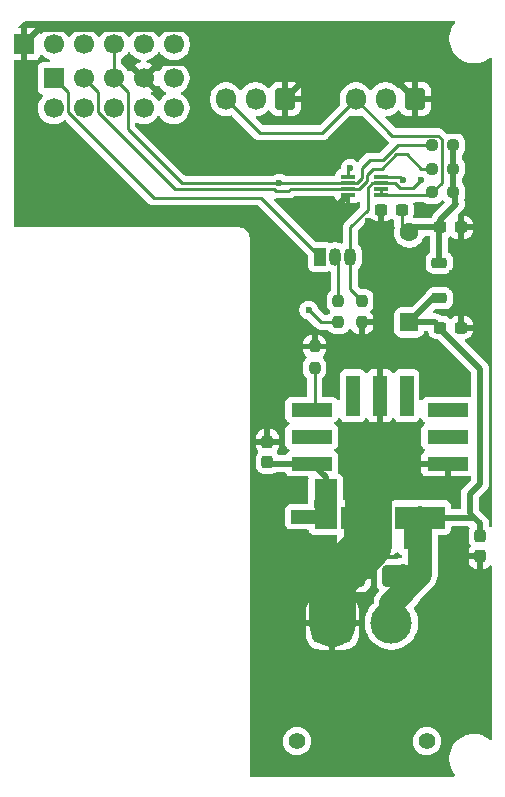
<source format=gbr>
%TF.GenerationSoftware,KiCad,Pcbnew,9.0.2*%
%TF.CreationDate,2025-06-02T02:46:58+09:00*%
%TF.ProjectId,catch25-servo,63617463-6832-4352-9d73-6572766f2e6b,rev?*%
%TF.SameCoordinates,Original*%
%TF.FileFunction,Copper,L1,Top*%
%TF.FilePolarity,Positive*%
%FSLAX46Y46*%
G04 Gerber Fmt 4.6, Leading zero omitted, Abs format (unit mm)*
G04 Created by KiCad (PCBNEW 9.0.2) date 2025-06-02 02:46:58*
%MOMM*%
%LPD*%
G01*
G04 APERTURE LIST*
G04 Aperture macros list*
%AMRoundRect*
0 Rectangle with rounded corners*
0 $1 Rounding radius*
0 $2 $3 $4 $5 $6 $7 $8 $9 X,Y pos of 4 corners*
0 Add a 4 corners polygon primitive as box body*
4,1,4,$2,$3,$4,$5,$6,$7,$8,$9,$2,$3,0*
0 Add four circle primitives for the rounded corners*
1,1,$1+$1,$2,$3*
1,1,$1+$1,$4,$5*
1,1,$1+$1,$6,$7*
1,1,$1+$1,$8,$9*
0 Add four rect primitives between the rounded corners*
20,1,$1+$1,$2,$3,$4,$5,0*
20,1,$1+$1,$4,$5,$6,$7,0*
20,1,$1+$1,$6,$7,$8,$9,0*
20,1,$1+$1,$8,$9,$2,$3,0*%
%AMFreePoly0*
4,1,9,3.862500,-0.866500,0.737500,-0.866500,0.737500,-0.450000,-0.737500,-0.450000,-0.737500,0.450000,0.737500,0.450000,0.737500,0.866500,3.862500,0.866500,3.862500,-0.866500,3.862500,-0.866500,$1*%
G04 Aperture macros list end*
%TA.AperFunction,ComponentPad*%
%ADD10RoundRect,0.250000X0.600000X0.675000X-0.600000X0.675000X-0.600000X-0.675000X0.600000X-0.675000X0*%
%TD*%
%TA.AperFunction,ComponentPad*%
%ADD11O,1.700000X1.850000*%
%TD*%
%TA.AperFunction,SMDPad,CuDef*%
%ADD12R,3.499500X1.143000*%
%TD*%
%TA.AperFunction,SMDPad,CuDef*%
%ADD13R,4.191000X1.905000*%
%TD*%
%TA.AperFunction,ComponentPad*%
%ADD14C,1.905000*%
%TD*%
%TA.AperFunction,SMDPad,CuDef*%
%ADD15R,1.785750X3.499500*%
%TD*%
%TA.AperFunction,SMDPad,CuDef*%
%ADD16R,2.000000X3.499500*%
%TD*%
%TA.AperFunction,SMDPad,CuDef*%
%ADD17R,1.571500X3.499500*%
%TD*%
%TA.AperFunction,SMDPad,CuDef*%
%ADD18R,1.905000X4.191000*%
%TD*%
%TA.AperFunction,SMDPad,CuDef*%
%ADD19R,3.749750X1.143000*%
%TD*%
%TA.AperFunction,SMDPad,CuDef*%
%ADD20R,1.143000X3.499500*%
%TD*%
%TA.AperFunction,SMDPad,CuDef*%
%ADD21RoundRect,0.237500X-0.237500X0.300000X-0.237500X-0.300000X0.237500X-0.300000X0.237500X0.300000X0*%
%TD*%
%TA.AperFunction,SMDPad,CuDef*%
%ADD22RoundRect,0.237500X-0.300000X-0.237500X0.300000X-0.237500X0.300000X0.237500X-0.300000X0.237500X0*%
%TD*%
%TA.AperFunction,SMDPad,CuDef*%
%ADD23RoundRect,0.237500X-0.250000X-0.237500X0.250000X-0.237500X0.250000X0.237500X-0.250000X0.237500X0*%
%TD*%
%TA.AperFunction,SMDPad,CuDef*%
%ADD24RoundRect,0.225000X-0.425000X-0.225000X0.425000X-0.225000X0.425000X0.225000X-0.425000X0.225000X0*%
%TD*%
%TA.AperFunction,SMDPad,CuDef*%
%ADD25FreePoly0,0.000000*%
%TD*%
%TA.AperFunction,ComponentPad*%
%ADD26R,1.700000X1.700000*%
%TD*%
%TA.AperFunction,ComponentPad*%
%ADD27C,1.700000*%
%TD*%
%TA.AperFunction,SMDPad,CuDef*%
%ADD28RoundRect,0.237500X0.300000X0.237500X-0.300000X0.237500X-0.300000X-0.237500X0.300000X-0.237500X0*%
%TD*%
%TA.AperFunction,SMDPad,CuDef*%
%ADD29RoundRect,0.237500X0.237500X-0.300000X0.237500X0.300000X-0.237500X0.300000X-0.237500X-0.300000X0*%
%TD*%
%TA.AperFunction,SMDPad,CuDef*%
%ADD30RoundRect,0.087500X-0.537500X-0.087500X0.537500X-0.087500X0.537500X0.087500X-0.537500X0.087500X0*%
%TD*%
%TA.AperFunction,ComponentPad*%
%ADD31RoundRect,0.250000X0.550000X-0.550000X0.550000X0.550000X-0.550000X0.550000X-0.550000X-0.550000X0*%
%TD*%
%TA.AperFunction,ComponentPad*%
%ADD32C,1.600000*%
%TD*%
%TA.AperFunction,SMDPad,CuDef*%
%ADD33RoundRect,0.237500X0.237500X-0.250000X0.237500X0.250000X-0.237500X0.250000X-0.237500X-0.250000X0*%
%TD*%
%TA.AperFunction,ComponentPad*%
%ADD34R,1.050000X1.500000*%
%TD*%
%TA.AperFunction,ComponentPad*%
%ADD35O,1.050000X1.500000*%
%TD*%
%TA.AperFunction,ComponentPad*%
%ADD36C,1.400000*%
%TD*%
%TA.AperFunction,ComponentPad*%
%ADD37RoundRect,0.770000X0.980000X0.980000X-0.980000X0.980000X-0.980000X-0.980000X0.980000X-0.980000X0*%
%TD*%
%TA.AperFunction,ComponentPad*%
%ADD38C,3.500000*%
%TD*%
%TA.AperFunction,SMDPad,CuDef*%
%ADD39RoundRect,0.250000X-1.500000X-0.650000X1.500000X-0.650000X1.500000X0.650000X-1.500000X0.650000X0*%
%TD*%
%TA.AperFunction,ViaPad*%
%ADD40C,0.600000*%
%TD*%
%TA.AperFunction,Conductor*%
%ADD41C,0.500000*%
%TD*%
%TA.AperFunction,Conductor*%
%ADD42C,4.000000*%
%TD*%
%TA.AperFunction,Conductor*%
%ADD43C,2.000000*%
%TD*%
%TA.AperFunction,Conductor*%
%ADD44C,0.250000*%
%TD*%
G04 APERTURE END LIST*
D10*
%TO.P,J1,1,Pin_1*%
%TO.N,GND*%
X-18000000Y57855000D03*
D11*
%TO.P,J1,2,Pin_2*%
%TO.N,VCC*%
X-20500000Y57855000D03*
%TO.P,J1,3,Pin_3*%
%TO.N,/SERVO_SIG*%
X-23000000Y57855000D03*
%TD*%
D12*
%TO.P,MD1,1,~{ON}/OFF_CONTROL*%
%TO.N,GND*%
X-4249750Y27000000D03*
D13*
%TO.P,MD1,2,VIN*%
%TO.N,+BATT*%
X-6571000Y22428000D03*
D14*
X-6600000Y22400000D03*
D15*
X-7107125Y21500000D03*
D16*
%TO.P,MD1,3,1_GROUND*%
%TO.N,GND*%
X-10000000Y21500000D03*
D14*
X-11000000Y22400000D03*
D13*
X-11143000Y22428000D03*
D17*
X-12285750Y21500000D03*
D18*
%TO.P,MD1,4,VOUT*%
%TO.N,VCC*%
X-14572000Y23571000D03*
D14*
X-14600000Y23600000D03*
D19*
X-15625125Y22500000D03*
D12*
%TO.P,MD1,5,SENSE*%
X-15750250Y27000000D03*
%TO.P,MD1,6,TRIM*%
%TO.N,Net-(MD1-TRIM)*%
X-15750250Y31572000D03*
D20*
%TO.P,MD1,7,2_GROUND*%
%TO.N,GND*%
X-10000000Y32750250D03*
%TO.P,MD1,8,1_NC*%
%TO.N,unconnected-(MD1-1_NC-Pad8)*%
X-7714000Y32750250D03*
D12*
%TO.P,MD1,9,2_NC*%
%TO.N,unconnected-(MD1-2_NC-Pad9)*%
X-4249750Y31572000D03*
%TO.P,MD1,10,POWER_GOOD_OUT*%
%TO.N,unconnected-(MD1-POWER_GOOD_OUT-Pad10)*%
X-4249750Y29286000D03*
%TO.P,MD1,11,3_NC*%
%TO.N,unconnected-(MD1-3_NC-Pad11)*%
X-15750250Y29286000D03*
D20*
%TO.P,MD1,12,4_NC*%
%TO.N,unconnected-(MD1-4_NC-Pad12)*%
X-12286000Y32750250D03*
%TD*%
D21*
%TO.P,C2,1*%
%TO.N,+BATT*%
X-1500000Y20862500D03*
%TO.P,C2,2*%
%TO.N,GND*%
X-1500000Y19137500D03*
%TD*%
D22*
%TO.P,C3,1*%
%TO.N,+BATT*%
X-4862500Y38500000D03*
%TO.P,C3,2*%
%TO.N,GND*%
X-3137500Y38500000D03*
%TD*%
D23*
%TO.P,R7,1*%
%TO.N,/UART_RX*%
X-5574093Y51967890D03*
%TO.P,R7,2*%
%TO.N,+5V*%
X-3749093Y51967890D03*
%TD*%
D24*
%TO.P,U2,1,OUT*%
%TO.N,+5V*%
X-4950000Y44000000D03*
D25*
%TO.P,U2,2,GND*%
%TO.N,GND*%
X-4862500Y42500000D03*
D24*
%TO.P,U2,3,IN*%
%TO.N,+BATT*%
X-4950000Y41000000D03*
%TD*%
D26*
%TO.P,J4,1,Pin_1*%
%TO.N,GND*%
X-40120000Y62500000D03*
D27*
%TO.P,J4,2,Pin_2*%
%TO.N,unconnected-(J4-Pin_2-Pad2)*%
X-37580000Y62500000D03*
%TO.P,J4,3,Pin_3*%
%TO.N,unconnected-(J4-Pin_3-Pad3)*%
X-35040000Y62500000D03*
%TO.P,J4,4,Pin_4*%
%TO.N,/UART_TX*%
X-32500000Y62500000D03*
%TO.P,J4,5,Pin_5*%
%TO.N,/UART_RX*%
X-29960000Y62500000D03*
%TO.P,J4,6,Pin_6*%
%TO.N,unconnected-(J4-Pin_6-Pad6)*%
X-27420000Y62500000D03*
%TD*%
D28*
%TO.P,C5,1*%
%TO.N,+5V*%
X-8137500Y48500000D03*
%TO.P,C5,2*%
%TO.N,GND*%
X-9862500Y48500000D03*
%TD*%
D29*
%TO.P,C1,1*%
%TO.N,VCC*%
X-19500000Y27137500D03*
%TO.P,C1,2*%
%TO.N,GND*%
X-19500000Y28862500D03*
%TD*%
D30*
%TO.P,U1,1,/G*%
%TO.N,/TXEN*%
X-12675000Y51250000D03*
%TO.P,U1,2,A1*%
%TO.N,/UART_TX*%
X-12675000Y50750000D03*
%TO.P,U1,3,Y2*%
%TO.N,/UART_RX*%
X-12675000Y50250000D03*
%TO.P,U1,4,GND*%
%TO.N,GND*%
X-12675000Y49750000D03*
%TO.P,U1,5,A2*%
%TO.N,/SERVO_SIG*%
X-9875000Y49750000D03*
%TO.P,U1,6,Y1*%
X-9875000Y50250000D03*
%TO.P,U1,7,G*%
%TO.N,/TXEN*%
X-9875000Y50750000D03*
%TO.P,U1,8,VCC*%
%TO.N,+5V*%
X-9875000Y51250000D03*
%TD*%
D31*
%TO.P,D1,1,K*%
%TO.N,+BATT*%
X-7500000Y38960000D03*
D32*
%TO.P,D1,2,A*%
%TO.N,+5V*%
X-7500000Y46580000D03*
%TD*%
D23*
%TO.P,R5,1*%
%TO.N,/SERVO_SIG*%
X-5574093Y49967890D03*
%TO.P,R5,2*%
%TO.N,+5V*%
X-3749093Y49967890D03*
%TD*%
D33*
%TO.P,R2,1*%
%TO.N,Net-(MD1-TRIM)*%
X-15500000Y35087500D03*
%TO.P,R2,2*%
%TO.N,GND*%
X-15500000Y36912500D03*
%TD*%
%TO.P,R4,1*%
%TO.N,GND*%
X-11500000Y38947500D03*
%TO.P,R4,2*%
%TO.N,/TXEN*%
X-11500000Y40772500D03*
%TD*%
D26*
%TO.P,J3,1,Pin_1*%
%TO.N,+5V*%
X-37600000Y59625000D03*
D27*
%TO.P,J3,2,Pin_2*%
%TO.N,unconnected-(J3-Pin_2-Pad2)*%
X-37600000Y57085000D03*
%TO.P,J3,3,Pin_3*%
%TO.N,/UART_RX*%
X-35060000Y59625000D03*
%TO.P,J3,4,Pin_4*%
%TO.N,unconnected-(J3-Pin_4-Pad4)*%
X-35060000Y57085000D03*
%TO.P,J3,5,Pin_5*%
%TO.N,/UART_TX*%
X-32520000Y59625000D03*
%TO.P,J3,6,Pin_6*%
%TO.N,unconnected-(J3-Pin_6-Pad6)*%
X-32520000Y57085000D03*
%TO.P,J3,7,Pin_7*%
%TO.N,GND*%
X-29980000Y59625000D03*
%TO.P,J3,8,Pin_8*%
%TO.N,unconnected-(J3-Pin_8-Pad8)*%
X-29980000Y57085000D03*
%TO.P,J3,9,Pin_9*%
%TO.N,unconnected-(J3-Pin_9-Pad9)*%
X-27440000Y59625000D03*
%TO.P,J3,10,Pin_10*%
%TO.N,unconnected-(J3-Pin_10-Pad10)*%
X-27440000Y57085000D03*
%TD*%
D10*
%TO.P,J2,1,Pin_1*%
%TO.N,GND*%
X-7000000Y57855000D03*
D11*
%TO.P,J2,2,Pin_2*%
%TO.N,VCC*%
X-9500000Y57855000D03*
%TO.P,J2,3,Pin_3*%
%TO.N,/SERVO_SIG*%
X-12000000Y57855000D03*
%TD*%
D22*
%TO.P,C4,1*%
%TO.N,+5V*%
X-4862500Y47000000D03*
%TO.P,C4,2*%
%TO.N,GND*%
X-3137500Y47000000D03*
%TD*%
D33*
%TO.P,R3,1*%
%TO.N,/UART_TX*%
X-13500000Y38947500D03*
%TO.P,R3,2*%
%TO.N,Net-(Q1-B)*%
X-13500000Y40772500D03*
%TD*%
D34*
%TO.P,Q1,1,E*%
%TO.N,+5V*%
X-15040000Y44500000D03*
D35*
%TO.P,Q1,2,B*%
%TO.N,Net-(Q1-B)*%
X-13770000Y44500000D03*
%TO.P,Q1,3,C*%
%TO.N,/TXEN*%
X-12500000Y44500000D03*
%TD*%
D36*
%TO.P,J5,*%
%TO.N,*%
X-6000000Y3500000D03*
X-17000000Y3500000D03*
D37*
%TO.P,J5,1,Pin_1*%
%TO.N,GND*%
X-14000000Y13500000D03*
D38*
%TO.P,J5,2,Pin_2*%
%TO.N,+BATT*%
X-9000000Y13500000D03*
%TD*%
D39*
%TO.P,D2,1,A1*%
%TO.N,GND*%
X-13000000Y17500000D03*
%TO.P,D2,2,A2*%
%TO.N,+BATT*%
X-8000000Y17500000D03*
%TD*%
D23*
%TO.P,R6,1*%
%TO.N,/UART_TX*%
X-5574093Y53967890D03*
%TO.P,R6,2*%
%TO.N,+5V*%
X-3749093Y53967890D03*
%TD*%
D40*
%TO.N,GND*%
X-6000000Y48500000D03*
X-13500000Y4500000D03*
X-10000000Y44000000D03*
X-11000000Y26500000D03*
X-10500000Y3500000D03*
X-9500000Y4500000D03*
X-8000000Y29500000D03*
X-9000000Y29500000D03*
X-10500000Y6500000D03*
X-13500000Y5500000D03*
X-13500000Y48500000D03*
X-11500000Y3500000D03*
X-10000000Y29500000D03*
X-8000000Y26500000D03*
X-9000000Y26500000D03*
X-9500000Y3500000D03*
X-10000000Y45000000D03*
X-11500000Y5500000D03*
X-10000000Y43000000D03*
X-13500000Y6500000D03*
X-11000000Y47500000D03*
X-12500000Y6500000D03*
X-12500000Y5500000D03*
X-10500000Y5500000D03*
X-9500000Y5500000D03*
X-10000000Y27500000D03*
X-12000000Y29500000D03*
X-9000000Y28500000D03*
X-13500000Y47500000D03*
X-12500000Y3500000D03*
X-12500000Y48500000D03*
X-12000000Y28500000D03*
X-8000000Y28500000D03*
X-11000000Y28500000D03*
X-11000000Y27500000D03*
X-9500000Y6500000D03*
X-10500000Y4500000D03*
X-12000000Y27500000D03*
X-12500000Y4500000D03*
X-11000000Y29500000D03*
X-10000000Y28500000D03*
X-9000000Y27500000D03*
X-11500000Y4500000D03*
X-12000000Y26500000D03*
X-10000000Y26500000D03*
X-13500000Y3500000D03*
X-11500000Y6500000D03*
X-8000000Y27500000D03*
%TO.N,+5V*%
X-8000000Y51000000D03*
%TO.N,/UART_TX*%
X-18500000Y50750000D03*
X-16000000Y40000000D03*
%TO.N,/TXEN*%
X-12500000Y52000000D03*
X-6500000Y51000000D03*
%TD*%
D41*
%TO.N,VCC*%
X-14572000Y25821750D02*
X-15750250Y27000000D01*
X-19362500Y27000000D02*
X-19500000Y27137500D01*
X-15750250Y27000000D02*
X-19362500Y27000000D01*
X-14572000Y23571000D02*
X-14572000Y25821750D01*
%TO.N,GND*%
X-13500000Y48500000D02*
X-13500000Y48925000D01*
X-19951000Y63801000D02*
X-18000000Y61850000D01*
X-25875000Y60926000D02*
X-23000000Y63801000D01*
X-40120000Y62500000D02*
X-38819000Y63801000D01*
X-10470000Y61325000D02*
X-7000000Y57855000D01*
X-14530000Y61325000D02*
X-10470000Y61325000D01*
X-38819000Y63801000D02*
X-23000000Y63801000D01*
D42*
X-14000000Y17123164D02*
X-14000000Y13500000D01*
X-11000000Y22400000D02*
X-11000000Y20123164D01*
D41*
X-29980000Y59625000D02*
X-28679000Y60926000D01*
X-18000000Y57855000D02*
X-14530000Y61325000D01*
X-28679000Y60926000D02*
X-25875000Y60926000D01*
X-18000000Y61850000D02*
X-18000000Y57855000D01*
X-12801000Y49624000D02*
X-12675000Y49624000D01*
X-13500000Y48925000D02*
X-12801000Y49624000D01*
X-23000000Y63801000D02*
X-19951000Y63801000D01*
D42*
X-11000000Y20123164D02*
X-14000000Y17123164D01*
X-11000000Y22400000D02*
X-11000000Y26500000D01*
D43*
%TO.N,+BATT*%
X-6600000Y17575000D02*
X-6600000Y22400000D01*
D41*
X-4950000Y41000000D02*
X-5460000Y41000000D01*
X-1500000Y21928000D02*
X-1500000Y20862500D01*
X-1500000Y25309266D02*
X-2355000Y24454266D01*
X-2355000Y22783000D02*
X-2000000Y22428000D01*
X-4862500Y38500000D02*
X-4862500Y38362500D01*
D43*
X-9000000Y13500000D02*
X-9000000Y15000000D01*
X-9000000Y15175000D02*
X-6600000Y17575000D01*
D41*
X-2355000Y24454266D02*
X-2355000Y22783000D01*
X-4862500Y38362500D02*
X-1500000Y35000000D01*
X-5322500Y38960000D02*
X-4862500Y38500000D01*
D43*
X-9000000Y15000000D02*
X-8000000Y16000000D01*
D41*
X-5460000Y41000000D02*
X-7500000Y38960000D01*
D43*
X-9000000Y13500000D02*
X-9000000Y15175000D01*
D41*
X-7500000Y38960000D02*
X-5322500Y38960000D01*
X-1500000Y35000000D02*
X-1500000Y25309266D01*
D43*
X-8000000Y16000000D02*
X-8000000Y17500000D01*
D41*
X-2000000Y22428000D02*
X-1500000Y21928000D01*
X-6571000Y22428000D02*
X-2000000Y22428000D01*
D44*
%TO.N,+5V*%
X-9875000Y51250000D02*
X-8250000Y51250000D01*
D41*
X-3749093Y53967890D02*
X-3749093Y51967890D01*
D44*
X-8250000Y51250000D02*
X-8000000Y51000000D01*
D41*
X-4950000Y44000000D02*
X-4950000Y46912500D01*
D44*
X-37600000Y59625000D02*
X-36424000Y58449000D01*
D41*
X-3749093Y51967890D02*
X-3749093Y49967890D01*
X-4950000Y46912500D02*
X-4862500Y47000000D01*
X-4862500Y47000000D02*
X-7080000Y47000000D01*
D44*
X-8137500Y47217500D02*
X-7500000Y46580000D01*
X-36424000Y56785884D02*
X-29138116Y49500000D01*
X-20040000Y49500000D02*
X-15040000Y44500000D01*
D41*
X-3500000Y49000000D02*
X-3587500Y49087500D01*
D44*
X-8137500Y48500000D02*
X-8137500Y47217500D01*
D41*
X-3587500Y49806297D02*
X-3749093Y49967890D01*
D44*
X-36424000Y58449000D02*
X-36424000Y56785884D01*
X-29138116Y49500000D02*
X-20040000Y49500000D01*
D41*
X-7080000Y47000000D02*
X-7500000Y46580000D01*
X-4862500Y47637500D02*
X-3500000Y49000000D01*
X-3587500Y49087500D02*
X-3587500Y49806297D01*
X-4862500Y47000000D02*
X-4862500Y47637500D01*
D44*
%TO.N,/SERVO_SIG*%
X-5084103Y54768890D02*
X-8913890Y54768890D01*
X-9875000Y50250000D02*
X-9875000Y49750000D01*
X-4760593Y54445380D02*
X-5084103Y54768890D01*
X-20145000Y55000000D02*
X-23000000Y57855000D01*
X-5574093Y49967890D02*
X-4760593Y50781390D01*
X-12000000Y57855000D02*
X-14855000Y55000000D01*
X-14855000Y55000000D02*
X-20145000Y55000000D01*
X-4760593Y50781390D02*
X-4760593Y54445380D01*
X-5791983Y49750000D02*
X-5574093Y49967890D01*
X-9875000Y49750000D02*
X-5791983Y49750000D01*
X-8913890Y54768890D02*
X-12000000Y57855000D01*
%TO.N,/UART_TX*%
X-12675000Y50750000D02*
X-11886396Y50750000D01*
X-18500000Y50750000D02*
X-26750000Y50750000D01*
X-8466120Y53967890D02*
X-5574093Y53967890D01*
X-14947500Y38947500D02*
X-16000000Y40000000D01*
X-32520000Y59625000D02*
X-32520000Y62480000D01*
X-9735010Y52699000D02*
X-8466120Y53967890D01*
X-11886396Y50750000D02*
X-11500000Y51136396D01*
X-13500000Y38947500D02*
X-14947500Y38947500D01*
X-12675000Y50750000D02*
X-18500000Y50750000D01*
X-32520000Y62480000D02*
X-32500000Y62500000D01*
X-10801000Y52699000D02*
X-9735010Y52699000D01*
X-11500000Y52000000D02*
X-10801000Y52699000D01*
X-11500000Y51136396D02*
X-11500000Y52000000D01*
X-31344000Y55344000D02*
X-31344000Y58449000D01*
X-26750000Y50750000D02*
X-31344000Y55344000D01*
X-31344000Y58449000D02*
X-32520000Y59625000D01*
%TO.N,/UART_RX*%
X-11049000Y50951000D02*
X-11750000Y50250000D01*
X-6513295Y51967890D02*
X-7720405Y53175000D01*
X-7720405Y53175000D02*
X-8622614Y53175000D01*
X-18954595Y50250000D02*
X-27348116Y50250000D01*
X-8622614Y53175000D02*
X-9829724Y51967890D01*
X-11049000Y51451000D02*
X-11049000Y50951000D01*
X-12675000Y50250000D02*
X-17545405Y50250000D01*
X-11750000Y50250000D02*
X-12675000Y50250000D01*
X-17720405Y50075000D02*
X-18779595Y50075000D01*
X-17545405Y50250000D02*
X-17720405Y50075000D01*
X-5574093Y51967890D02*
X-6513295Y51967890D01*
X-10532110Y51967890D02*
X-11049000Y51451000D01*
X-33884000Y56785884D02*
X-33884000Y58449000D01*
X-9829724Y51967890D02*
X-10532110Y51967890D01*
X-27348116Y50250000D02*
X-33884000Y56785884D01*
X-33884000Y58449000D02*
X-35060000Y59625000D01*
X-18779595Y50075000D02*
X-18954595Y50250000D01*
%TO.N,Net-(MD1-TRIM)*%
X-15500000Y31822250D02*
X-15750250Y31572000D01*
X-15500000Y35087500D02*
X-15500000Y31822250D01*
%TO.N,/TXEN*%
X-10612190Y50750000D02*
X-11000000Y50362190D01*
X-11000000Y48500000D02*
X-12500000Y47000000D01*
X-12675000Y51825000D02*
X-12500000Y52000000D01*
X-11000000Y50362190D02*
X-11000000Y48500000D01*
X-7175000Y50325000D02*
X-6500000Y51000000D01*
X-12675000Y51250000D02*
X-12675000Y51825000D01*
X-9875000Y50750000D02*
X-10612190Y50750000D01*
X-9875000Y50750000D02*
X-8704595Y50750000D01*
X-12500000Y47000000D02*
X-12500000Y44500000D01*
X-8704595Y50750000D02*
X-8279595Y50325000D01*
X-12500000Y41772500D02*
X-11500000Y40772500D01*
X-8279595Y50325000D02*
X-7175000Y50325000D01*
X-12500000Y44500000D02*
X-12500000Y41772500D01*
%TO.N,Net-(Q1-B)*%
X-13500000Y44230000D02*
X-13770000Y44500000D01*
X-13500000Y40772500D02*
X-13500000Y44230000D01*
%TD*%
%TA.AperFunction,Conductor*%
%TO.N,GND*%
G36*
X-3734840Y64495500D02*
G01*
X-3720665Y64496344D01*
X-3701981Y64485852D01*
X-3681424Y64479815D01*
X-3672127Y64469086D01*
X-3659745Y64462132D01*
X-3649700Y64443203D01*
X-3635669Y64427011D01*
X-3633649Y64412958D01*
X-3626992Y64400415D01*
X-3628775Y64379063D01*
X-3625725Y64357853D01*
X-3631737Y64343580D01*
X-3632805Y64330787D01*
X-3650087Y64300014D01*
X-3750246Y64169484D01*
X-3887920Y63931029D01*
X-3887925Y63931018D01*
X-3993296Y63676631D01*
X-4064559Y63410669D01*
X-4064562Y63410656D01*
X-4100499Y63137685D01*
X-4100500Y63137668D01*
X-4100500Y62862333D01*
X-4100499Y62862316D01*
X-4064562Y62589345D01*
X-4064561Y62589340D01*
X-4064560Y62589334D01*
X-4064559Y62589332D01*
X-3993296Y62323370D01*
X-3887925Y62068983D01*
X-3887920Y62068972D01*
X-3837468Y61981588D01*
X-3750249Y61830521D01*
X-3750247Y61830518D01*
X-3750246Y61830517D01*
X-3582630Y61612074D01*
X-3582624Y61612067D01*
X-3387934Y61417377D01*
X-3387927Y61417371D01*
X-3300015Y61349914D01*
X-3169479Y61249751D01*
X-3045192Y61177994D01*
X-2931029Y61112081D01*
X-2931024Y61112079D01*
X-2931021Y61112077D01*
X-2676632Y61006705D01*
X-2410666Y60935440D01*
X-2137674Y60899500D01*
X-2137667Y60899500D01*
X-1862333Y60899500D01*
X-1862326Y60899500D01*
X-1589334Y60935440D01*
X-1323368Y61006705D01*
X-1068979Y61112077D01*
X-830521Y61249751D01*
X-699985Y61349915D01*
X-634817Y61375108D01*
X-566372Y61361070D01*
X-516383Y61312256D01*
X-500500Y61251538D01*
X-500500Y21743552D01*
X-506739Y21722307D01*
X-508318Y21700218D01*
X-516391Y21689435D01*
X-520185Y21676513D01*
X-536919Y21662014D01*
X-550190Y21644285D01*
X-562811Y21639578D01*
X-572989Y21630758D01*
X-594907Y21627607D01*
X-615654Y21619868D01*
X-628815Y21622731D01*
X-642147Y21620814D01*
X-662291Y21630014D01*
X-683927Y21634720D01*
X-701653Y21647989D01*
X-705703Y21649839D01*
X-712181Y21655871D01*
X-713181Y21656871D01*
X-746666Y21718194D01*
X-749500Y21744552D01*
X-749500Y22001921D01*
X-778341Y22146908D01*
X-778342Y22146909D01*
X-778342Y22146913D01*
X-834916Y22283495D01*
X-867814Y22332730D01*
X-867815Y22332732D01*
X-917044Y22406411D01*
X-917048Y22406416D01*
X-1568181Y23057549D01*
X-1601666Y23118872D01*
X-1604500Y23145230D01*
X-1604500Y24092037D01*
X-1584815Y24159076D01*
X-1568181Y24179718D01*
X-917048Y24830851D01*
X-889795Y24871639D01*
X-834916Y24953771D01*
X-808634Y25017222D01*
X-778341Y25090354D01*
X-749500Y25235349D01*
X-749500Y25383184D01*
X-749500Y35073918D01*
X-749500Y35073921D01*
X-778341Y35218908D01*
X-778342Y35218909D01*
X-778342Y35218913D01*
X-778344Y35218918D01*
X-834913Y35355489D01*
X-834920Y35355502D01*
X-917048Y35478415D01*
X-926386Y35487753D01*
X-1021584Y35582951D01*
X-2762870Y37324238D01*
X-2796354Y37385559D01*
X-2791370Y37455251D01*
X-2749498Y37511184D01*
X-2693761Y37532940D01*
X-2693966Y37533902D01*
X-2688052Y37535169D01*
X-2687772Y37535277D01*
X-2687343Y37535321D01*
X-2523700Y37589547D01*
X-2523689Y37589552D01*
X-2376966Y37680053D01*
X-2376962Y37680056D01*
X-2255056Y37801962D01*
X-2255053Y37801966D01*
X-2164552Y37948689D01*
X-2164547Y37948700D01*
X-2110320Y38112348D01*
X-2100001Y38213346D01*
X-2100000Y38213359D01*
X-2100000Y38250000D01*
X-3013500Y38250000D01*
X-3080539Y38269685D01*
X-3126294Y38322489D01*
X-3137500Y38374000D01*
X-3137500Y38500000D01*
X-3263500Y38500000D01*
X-3330539Y38519685D01*
X-3376294Y38572489D01*
X-3387500Y38624000D01*
X-3387500Y38750000D01*
X-2887500Y38750000D01*
X-2100001Y38750000D01*
X-2100001Y38786640D01*
X-2100002Y38786655D01*
X-2110320Y38887653D01*
X-2164547Y39051301D01*
X-2164552Y39051312D01*
X-2255053Y39198035D01*
X-2255056Y39198039D01*
X-2376962Y39319945D01*
X-2376966Y39319948D01*
X-2523689Y39410449D01*
X-2523700Y39410454D01*
X-2687348Y39464681D01*
X-2788346Y39475000D01*
X-2887500Y39475000D01*
X-2887500Y38750000D01*
X-3387500Y38750000D01*
X-3387500Y39475001D01*
X-3486640Y39475000D01*
X-3486656Y39474999D01*
X-3587653Y39464681D01*
X-3751301Y39410454D01*
X-3751312Y39410449D01*
X-3898035Y39319948D01*
X-3911968Y39306015D01*
X-3973292Y39272532D01*
X-4042984Y39277518D01*
X-4087328Y39306018D01*
X-4101649Y39320339D01*
X-4101650Y39320340D01*
X-4195479Y39378214D01*
X-4248482Y39410907D01*
X-4248487Y39410909D01*
X-4249931Y39411388D01*
X-4412247Y39465174D01*
X-4412249Y39465175D01*
X-4513316Y39475500D01*
X-4513323Y39475500D01*
X-4725269Y39475500D01*
X-4792308Y39495185D01*
X-4812950Y39511819D01*
X-4844079Y39542948D01*
X-4844086Y39542954D01*
X-4917771Y39592188D01*
X-4917771Y39592187D01*
X-4967009Y39625087D01*
X-5103583Y39681657D01*
X-5103593Y39681660D01*
X-5248580Y39710500D01*
X-5248582Y39710500D01*
X-5388772Y39710500D01*
X-5410018Y39716739D01*
X-5432106Y39718318D01*
X-5442890Y39726391D01*
X-5455811Y39730185D01*
X-5470311Y39746919D01*
X-5488039Y39760190D01*
X-5492747Y39772811D01*
X-5501566Y39782989D01*
X-5504718Y39804907D01*
X-5512456Y39825654D01*
X-5509594Y39838815D01*
X-5511510Y39852147D01*
X-5502311Y39872291D01*
X-5497604Y39893927D01*
X-5484336Y39911653D01*
X-5482485Y39915703D01*
X-5476453Y39922181D01*
X-5385452Y40013182D01*
X-5324129Y40046667D01*
X-5297771Y40049501D01*
X-4476662Y40049501D01*
X-4476656Y40049501D01*
X-4476648Y40049502D01*
X-4476645Y40049502D01*
X-4422240Y40055060D01*
X-4377292Y40059651D01*
X-4216303Y40112997D01*
X-4071956Y40202032D01*
X-3952032Y40321956D01*
X-3862997Y40466303D01*
X-3809651Y40627292D01*
X-3799500Y40726655D01*
X-3799501Y41273344D01*
X-3809651Y41372708D01*
X-3862997Y41533697D01*
X-3863001Y41533703D01*
X-3863002Y41533706D01*
X-3952030Y41678041D01*
X-3952033Y41678045D01*
X-4071956Y41797968D01*
X-4071960Y41797971D01*
X-4216295Y41886999D01*
X-4216301Y41887002D01*
X-4216303Y41887003D01*
X-4216306Y41887004D01*
X-4377291Y41940349D01*
X-4476654Y41950500D01*
X-5423338Y41950500D01*
X-5423356Y41950499D01*
X-5522708Y41940350D01*
X-5522711Y41940349D01*
X-5683695Y41887004D01*
X-5683706Y41886999D01*
X-5828041Y41797971D01*
X-5828045Y41797968D01*
X-5947969Y41678044D01*
X-6037001Y41533703D01*
X-6037003Y41533698D01*
X-6052208Y41487812D01*
X-6082233Y41439136D01*
X-7224550Y40296819D01*
X-7285873Y40263334D01*
X-7312231Y40260500D01*
X-8100002Y40260500D01*
X-8100020Y40260499D01*
X-8202797Y40250000D01*
X-8202800Y40249999D01*
X-8369332Y40194815D01*
X-8369337Y40194813D01*
X-8518658Y40102711D01*
X-8642711Y39978658D01*
X-8734813Y39829337D01*
X-8734815Y39829332D01*
X-8757726Y39760190D01*
X-8789999Y39662797D01*
X-8789999Y39662796D01*
X-8790000Y39662796D01*
X-8800500Y39560017D01*
X-8800500Y38359999D01*
X-8800499Y38359982D01*
X-8790000Y38257204D01*
X-8789999Y38257201D01*
X-8744095Y38118675D01*
X-8734814Y38090666D01*
X-8642712Y37941344D01*
X-8518656Y37817288D01*
X-8369334Y37725186D01*
X-8202797Y37670001D01*
X-8100009Y37659500D01*
X-6899992Y37659501D01*
X-6797203Y37670001D01*
X-6630666Y37725186D01*
X-6481344Y37817288D01*
X-6357288Y37941344D01*
X-6265186Y38090666D01*
X-6257104Y38115056D01*
X-6253972Y38124506D01*
X-6240103Y38144538D01*
X-6229980Y38166703D01*
X-6220568Y38172752D01*
X-6214199Y38181950D01*
X-6191701Y38191304D01*
X-6171202Y38204477D01*
X-6154099Y38206937D01*
X-6149683Y38208772D01*
X-6136267Y38209500D01*
X-6011258Y38209500D01*
X-5944219Y38189815D01*
X-5898464Y38137011D01*
X-5892386Y38118648D01*
X-5892304Y38118675D01*
X-5890175Y38112248D01*
X-5890174Y38112247D01*
X-5835980Y37948700D01*
X-5835908Y37948485D01*
X-5835907Y37948482D01*
X-5806003Y37900000D01*
X-5745340Y37801650D01*
X-5623350Y37679660D01*
X-5476516Y37589092D01*
X-5312753Y37534826D01*
X-5211677Y37524500D01*
X-5137232Y37524501D01*
X-5070193Y37504817D01*
X-5049550Y37488182D01*
X-2286819Y34725452D01*
X-2253334Y34664129D01*
X-2250500Y34637771D01*
X-2250500Y32760369D01*
X-2270185Y32693330D01*
X-2322989Y32647575D01*
X-2387754Y32637079D01*
X-2394244Y32637777D01*
X-2452127Y32644000D01*
X-2452135Y32644000D01*
X-6047371Y32644000D01*
X-6047377Y32643999D01*
X-6106984Y32637592D01*
X-6241829Y32587298D01*
X-6241836Y32587294D01*
X-6357045Y32501048D01*
X-6418735Y32418641D01*
X-6474669Y32376771D01*
X-6544361Y32371787D01*
X-6605683Y32405273D01*
X-6639168Y32466597D01*
X-6642001Y32492948D01*
X-6642001Y34547872D01*
X-6648409Y34607483D01*
X-6659706Y34637771D01*
X-6698703Y34742329D01*
X-6698707Y34742336D01*
X-6784953Y34857545D01*
X-6784956Y34857548D01*
X-6900165Y34943794D01*
X-6900172Y34943798D01*
X-7035018Y34994092D01*
X-7035017Y34994092D01*
X-7094617Y35000499D01*
X-7094619Y35000500D01*
X-7094627Y35000500D01*
X-7094636Y35000500D01*
X-8333371Y35000500D01*
X-8333377Y35000499D01*
X-8392984Y34994092D01*
X-8527829Y34943798D01*
X-8527836Y34943794D01*
X-8643045Y34857548D01*
X-8643048Y34857545D01*
X-8729294Y34742336D01*
X-8729299Y34742326D01*
X-8741086Y34710724D01*
X-8782958Y34654791D01*
X-8848422Y34630375D01*
X-8916695Y34645227D01*
X-8966100Y34694633D01*
X-8973449Y34710726D01*
X-8985146Y34742087D01*
X-8985150Y34742094D01*
X-9071310Y34857188D01*
X-9071313Y34857191D01*
X-9186407Y34943351D01*
X-9186414Y34943355D01*
X-9321121Y34993597D01*
X-9321128Y34993599D01*
X-9380656Y35000000D01*
X-9750000Y35000000D01*
X-9750000Y30500500D01*
X-9380672Y30500500D01*
X-9380656Y30500501D01*
X-9321128Y30506902D01*
X-9321121Y30506904D01*
X-9186414Y30557146D01*
X-9186407Y30557150D01*
X-9071313Y30643310D01*
X-9071310Y30643313D01*
X-8985150Y30758407D01*
X-8985145Y30758416D01*
X-8973449Y30789774D01*
X-8931579Y30845708D01*
X-8866115Y30870126D01*
X-8797842Y30855275D01*
X-8748436Y30805870D01*
X-8741085Y30789776D01*
X-8729297Y30758170D01*
X-8729294Y30758165D01*
X-8643048Y30642956D01*
X-8643045Y30642953D01*
X-8527836Y30556707D01*
X-8527829Y30556703D01*
X-8392983Y30506409D01*
X-8392984Y30506409D01*
X-8386056Y30505665D01*
X-8333373Y30500000D01*
X-7094628Y30500001D01*
X-7035017Y30506409D01*
X-6900169Y30556704D01*
X-6784954Y30642954D01*
X-6698704Y30758169D01*
X-6687182Y30789060D01*
X-6645312Y30844994D01*
X-6579848Y30869412D01*
X-6511575Y30854561D01*
X-6462169Y30805156D01*
X-6454818Y30789060D01*
X-6443299Y30758174D01*
X-6443294Y30758165D01*
X-6357048Y30642956D01*
X-6357045Y30642953D01*
X-6241836Y30556707D01*
X-6241829Y30556703D01*
X-6210940Y30545182D01*
X-6155006Y30503311D01*
X-6130589Y30437847D01*
X-6145441Y30369574D01*
X-6194846Y30320168D01*
X-6210940Y30312818D01*
X-6241829Y30301298D01*
X-6241836Y30301294D01*
X-6357045Y30215048D01*
X-6357048Y30215045D01*
X-6443294Y30099836D01*
X-6443298Y30099829D01*
X-6493592Y29964983D01*
X-6499999Y29905384D01*
X-6499999Y29905377D01*
X-6500000Y29905365D01*
X-6500000Y28666630D01*
X-6499999Y28666624D01*
X-6493592Y28607017D01*
X-6443298Y28472172D01*
X-6443294Y28472165D01*
X-6357048Y28356956D01*
X-6357045Y28356953D01*
X-6241836Y28270707D01*
X-6241827Y28270702D01*
X-6210227Y28258916D01*
X-6154293Y28217046D01*
X-6129875Y28151581D01*
X-6144726Y28083308D01*
X-6194131Y28033902D01*
X-6210224Y28026553D01*
X-6241584Y28014856D01*
X-6241594Y28014851D01*
X-6356688Y27928691D01*
X-6356691Y27928688D01*
X-6442851Y27813594D01*
X-6442855Y27813587D01*
X-6493097Y27678880D01*
X-6493099Y27678873D01*
X-6499500Y27619345D01*
X-6499500Y27250000D01*
X-4373750Y27250000D01*
X-4306711Y27230315D01*
X-4260956Y27177511D01*
X-4249750Y27126000D01*
X-4249750Y27000000D01*
X-4123750Y27000000D01*
X-4056711Y26980315D01*
X-4010956Y26927511D01*
X-3999750Y26876000D01*
X-3999750Y25928500D01*
X-2452172Y25928500D01*
X-2452161Y25928501D01*
X-2387758Y25935426D01*
X-2372351Y25932647D01*
X-2356853Y25934875D01*
X-2338669Y25926571D01*
X-2318998Y25923022D01*
X-2307540Y25912355D01*
X-2293297Y25905850D01*
X-2282490Y25889033D01*
X-2267860Y25875413D01*
X-2263483Y25859458D01*
X-2255523Y25847072D01*
X-2250500Y25812137D01*
X-2250500Y25671497D01*
X-2270185Y25604458D01*
X-2286819Y25583816D01*
X-2937950Y24932686D01*
X-2937956Y24932678D01*
X-2987188Y24858998D01*
X-2987187Y24858997D01*
X-3020079Y24809770D01*
X-3020086Y24809758D01*
X-3076658Y24673180D01*
X-3076660Y24673174D01*
X-3105500Y24528187D01*
X-3105500Y23302500D01*
X-3125185Y23235461D01*
X-3177989Y23189706D01*
X-3229500Y23178500D01*
X-3851001Y23178500D01*
X-3918040Y23198185D01*
X-3963795Y23250989D01*
X-3975001Y23302500D01*
X-3975001Y23428371D01*
X-3975002Y23428377D01*
X-3975074Y23429045D01*
X-3981409Y23487983D01*
X-3991597Y23515298D01*
X-4031703Y23622829D01*
X-4031707Y23622836D01*
X-4117953Y23738045D01*
X-4117956Y23738048D01*
X-4233165Y23824294D01*
X-4233172Y23824298D01*
X-4368018Y23874592D01*
X-4368017Y23874592D01*
X-4427617Y23880999D01*
X-4427619Y23881000D01*
X-4427627Y23881000D01*
X-4427635Y23881000D01*
X-6349031Y23881000D01*
X-6368428Y23882527D01*
X-6381990Y23884675D01*
X-6481903Y23900500D01*
X-6481908Y23900500D01*
X-6718092Y23900500D01*
X-6718096Y23900500D01*
X-6818474Y23884602D01*
X-6831575Y23882527D01*
X-6850971Y23881000D01*
X-8714371Y23881000D01*
X-8714377Y23880999D01*
X-8773982Y23874592D01*
X-8814384Y23859523D01*
X-8884076Y23854540D01*
X-8901048Y23859524D01*
X-8940120Y23874097D01*
X-8940128Y23874099D01*
X-8999656Y23880500D01*
X-10893000Y23880500D01*
X-10893000Y22888968D01*
X-10934174Y22900000D01*
X-11065826Y22900000D01*
X-11192993Y22865925D01*
X-11307007Y22800099D01*
X-11393000Y22714106D01*
X-11393000Y23880500D01*
X-12995001Y23880500D01*
X-13062040Y23900185D01*
X-13107795Y23952989D01*
X-13119001Y24004500D01*
X-13119001Y25714371D01*
X-13119002Y25714377D01*
X-13119003Y25714384D01*
X-13125409Y25773983D01*
X-13125410Y25773985D01*
X-13175703Y25908829D01*
X-13175707Y25908836D01*
X-13261953Y26024045D01*
X-13261956Y26024048D01*
X-13377165Y26110294D01*
X-13377172Y26110298D01*
X-13443440Y26135014D01*
X-13499374Y26176885D01*
X-13523791Y26242350D01*
X-13516289Y26294529D01*
X-13506409Y26321017D01*
X-13500000Y26380627D01*
X-13500000Y26380656D01*
X-6499500Y26380656D01*
X-6493099Y26321128D01*
X-6493097Y26321121D01*
X-6442855Y26186414D01*
X-6442851Y26186407D01*
X-6356691Y26071313D01*
X-6356688Y26071310D01*
X-6241594Y25985150D01*
X-6241587Y25985146D01*
X-6106880Y25934904D01*
X-6106873Y25934902D01*
X-6047345Y25928501D01*
X-6047328Y25928500D01*
X-4499750Y25928500D01*
X-4499750Y26750000D01*
X-6499500Y26750000D01*
X-6499500Y26380656D01*
X-13500000Y26380656D01*
X-13500001Y27000000D01*
X-13500001Y27619371D01*
X-13500002Y27619377D01*
X-13506409Y27678984D01*
X-13556703Y27813829D01*
X-13556707Y27813836D01*
X-13642953Y27929045D01*
X-13642956Y27929048D01*
X-13758165Y28015294D01*
X-13758174Y28015299D01*
X-13789060Y28026818D01*
X-13844994Y28068688D01*
X-13869412Y28134152D01*
X-13854561Y28202425D01*
X-13805156Y28251831D01*
X-13789060Y28259182D01*
X-13758174Y28270702D01*
X-13758174Y28270703D01*
X-13758169Y28270704D01*
X-13642954Y28356954D01*
X-13556704Y28472169D01*
X-13506409Y28607017D01*
X-13500000Y28666627D01*
X-13500001Y29905372D01*
X-13506409Y29964983D01*
X-13556704Y30099831D01*
X-13556705Y30099832D01*
X-13556707Y30099836D01*
X-13642953Y30215045D01*
X-13642956Y30215048D01*
X-13758165Y30301294D01*
X-13758174Y30301299D01*
X-13789060Y30312818D01*
X-13844994Y30354688D01*
X-13869412Y30420152D01*
X-13854561Y30488425D01*
X-13805156Y30537831D01*
X-13789060Y30545182D01*
X-13758174Y30556702D01*
X-13758174Y30556703D01*
X-13758169Y30556704D01*
X-13642954Y30642954D01*
X-13556704Y30758169D01*
X-13545182Y30789060D01*
X-13503312Y30844994D01*
X-13437848Y30869412D01*
X-13369575Y30854561D01*
X-13320169Y30805156D01*
X-13312818Y30789060D01*
X-13301299Y30758174D01*
X-13301294Y30758165D01*
X-13215048Y30642956D01*
X-13215045Y30642953D01*
X-13099836Y30556707D01*
X-13099829Y30556703D01*
X-12964983Y30506409D01*
X-12964984Y30506409D01*
X-12958056Y30505665D01*
X-12905373Y30500000D01*
X-11666628Y30500001D01*
X-11607017Y30506409D01*
X-11472169Y30556704D01*
X-11356954Y30642954D01*
X-11270704Y30758169D01*
X-11258915Y30789776D01*
X-11217046Y30845708D01*
X-11151583Y30870126D01*
X-11083309Y30855275D01*
X-11033903Y30805871D01*
X-11026553Y30789776D01*
X-11014857Y30758419D01*
X-11014851Y30758407D01*
X-10928691Y30643313D01*
X-10928688Y30643310D01*
X-10813594Y30557150D01*
X-10813587Y30557146D01*
X-10678880Y30506904D01*
X-10678873Y30506902D01*
X-10619345Y30500501D01*
X-10619328Y30500500D01*
X-10250000Y30500500D01*
X-10250000Y35000000D01*
X-10619345Y35000000D01*
X-10678873Y34993599D01*
X-10678880Y34993597D01*
X-10813587Y34943355D01*
X-10813594Y34943351D01*
X-10928688Y34857191D01*
X-10928691Y34857188D01*
X-11014851Y34742094D01*
X-11014856Y34742084D01*
X-11026553Y34710724D01*
X-11068425Y34654791D01*
X-11133890Y34630375D01*
X-11202163Y34645228D01*
X-11251567Y34694634D01*
X-11258916Y34710727D01*
X-11270702Y34742327D01*
X-11270707Y34742336D01*
X-11356953Y34857545D01*
X-11356956Y34857548D01*
X-11472165Y34943794D01*
X-11472172Y34943798D01*
X-11607018Y34994092D01*
X-11607017Y34994092D01*
X-11666617Y35000499D01*
X-11666619Y35000500D01*
X-11666627Y35000500D01*
X-11666636Y35000500D01*
X-12905371Y35000500D01*
X-12905377Y35000499D01*
X-12964984Y34994092D01*
X-13099829Y34943798D01*
X-13099836Y34943794D01*
X-13215045Y34857548D01*
X-13215048Y34857545D01*
X-13301294Y34742336D01*
X-13301298Y34742329D01*
X-13351592Y34607483D01*
X-13357999Y34547884D01*
X-13357999Y34547877D01*
X-13358000Y34547865D01*
X-13358000Y32492953D01*
X-13377685Y32425914D01*
X-13430489Y32380159D01*
X-13499647Y32370215D01*
X-13563203Y32399240D01*
X-13581266Y32418641D01*
X-13642954Y32501046D01*
X-13665791Y32518142D01*
X-13758165Y32587294D01*
X-13758172Y32587298D01*
X-13893018Y32637592D01*
X-13893017Y32637592D01*
X-13952617Y32643999D01*
X-13952619Y32644000D01*
X-13952627Y32644000D01*
X-13952635Y32644000D01*
X-14750500Y32644000D01*
X-14817539Y32663685D01*
X-14863294Y32716489D01*
X-14874500Y32768000D01*
X-14874500Y34140519D01*
X-14854815Y34207558D01*
X-14815596Y34246058D01*
X-14814705Y34246608D01*
X-14801650Y34254660D01*
X-14679660Y34376650D01*
X-14589092Y34523484D01*
X-14534826Y34687247D01*
X-14524500Y34788323D01*
X-14524501Y35386676D01*
X-14534826Y35487753D01*
X-14589092Y35651516D01*
X-14679660Y35798350D01*
X-14793983Y35912673D01*
X-14827468Y35973996D01*
X-14822484Y36043688D01*
X-14793983Y36088036D01*
X-14680052Y36201967D01*
X-14589552Y36348689D01*
X-14589547Y36348700D01*
X-14535320Y36512348D01*
X-14525001Y36613346D01*
X-14525000Y36613359D01*
X-14525000Y36662500D01*
X-16474999Y36662500D01*
X-16474999Y36613346D01*
X-16464681Y36512348D01*
X-16410454Y36348700D01*
X-16410449Y36348689D01*
X-16319948Y36201966D01*
X-16319945Y36201962D01*
X-16206018Y36088035D01*
X-16172533Y36026712D01*
X-16177517Y35957020D01*
X-16206017Y35912673D01*
X-16320341Y35798349D01*
X-16410907Y35651519D01*
X-16410908Y35651516D01*
X-16465174Y35487753D01*
X-16465174Y35487752D01*
X-16465175Y35487752D01*
X-16475500Y35386685D01*
X-16475500Y34788331D01*
X-16475499Y34788313D01*
X-16465175Y34687248D01*
X-16438743Y34607484D01*
X-16410908Y34523484D01*
X-16320340Y34376650D01*
X-16198350Y34254660D01*
X-16186080Y34247092D01*
X-16184404Y34246058D01*
X-16137679Y34194110D01*
X-16125500Y34140519D01*
X-16125500Y32768000D01*
X-16145185Y32700961D01*
X-16197989Y32655206D01*
X-16249500Y32644000D01*
X-17547871Y32644000D01*
X-17547877Y32643999D01*
X-17607484Y32637592D01*
X-17742329Y32587298D01*
X-17742336Y32587294D01*
X-17857545Y32501048D01*
X-17857548Y32501045D01*
X-17943794Y32385836D01*
X-17943798Y32385829D01*
X-17994092Y32250983D01*
X-18000499Y32191384D01*
X-18000500Y32191365D01*
X-18000500Y30952630D01*
X-18000499Y30952624D01*
X-17994092Y30893017D01*
X-17943798Y30758172D01*
X-17943794Y30758165D01*
X-17857548Y30642956D01*
X-17857545Y30642953D01*
X-17742336Y30556707D01*
X-17742329Y30556703D01*
X-17711440Y30545182D01*
X-17655506Y30503311D01*
X-17631089Y30437847D01*
X-17645941Y30369574D01*
X-17695346Y30320168D01*
X-17711440Y30312818D01*
X-17742329Y30301298D01*
X-17742336Y30301294D01*
X-17857545Y30215048D01*
X-17857548Y30215045D01*
X-17943794Y30099836D01*
X-17943798Y30099829D01*
X-17994092Y29964983D01*
X-18000499Y29905384D01*
X-18000499Y29905377D01*
X-18000500Y29905365D01*
X-18000500Y28666630D01*
X-18000499Y28666624D01*
X-17994092Y28607017D01*
X-17943798Y28472172D01*
X-17943794Y28472165D01*
X-17857548Y28356956D01*
X-17857545Y28356953D01*
X-17742336Y28270707D01*
X-17742329Y28270703D01*
X-17711440Y28259182D01*
X-17655506Y28217311D01*
X-17631089Y28151847D01*
X-17645941Y28083574D01*
X-17695346Y28034168D01*
X-17711440Y28026818D01*
X-17742329Y28015298D01*
X-17742336Y28015294D01*
X-17857545Y27929048D01*
X-17857548Y27929045D01*
X-17949112Y27806731D01*
X-17950456Y27807737D01*
X-17992521Y27765669D01*
X-18051950Y27750500D01*
X-18519259Y27750500D01*
X-18525913Y27752454D01*
X-18532738Y27751235D01*
X-18559005Y27762171D01*
X-18586298Y27770185D01*
X-18592384Y27776068D01*
X-18597241Y27778090D01*
X-18612992Y27795988D01*
X-18621244Y27803965D01*
X-18623083Y27806623D01*
X-18679660Y27898350D01*
X-18701914Y27920604D01*
X-18708287Y27929819D01*
X-18715882Y27952778D01*
X-18727468Y27973996D01*
X-18726657Y27985348D01*
X-18730231Y27996154D01*
X-18724209Y28019570D01*
X-18722484Y28043688D01*
X-18715019Y28055304D01*
X-18712828Y28063821D01*
X-18704697Y28071365D01*
X-18693979Y28088040D01*
X-18680053Y28101965D01*
X-18589552Y28248689D01*
X-18589547Y28248700D01*
X-18535320Y28412348D01*
X-18525001Y28513346D01*
X-18525000Y28513359D01*
X-18525000Y28612500D01*
X-20474999Y28612500D01*
X-20474999Y28513346D01*
X-20464681Y28412348D01*
X-20410454Y28248700D01*
X-20410449Y28248689D01*
X-20319948Y28101966D01*
X-20319945Y28101962D01*
X-20306018Y28088035D01*
X-20272533Y28026712D01*
X-20277517Y27957020D01*
X-20306016Y27912675D01*
X-20320339Y27898352D01*
X-20410907Y27751519D01*
X-20410908Y27751516D01*
X-20465174Y27587753D01*
X-20465174Y27587752D01*
X-20465175Y27587752D01*
X-20475500Y27486685D01*
X-20475500Y26788331D01*
X-20475499Y26788313D01*
X-20465175Y26687248D01*
X-20428891Y26577751D01*
X-20410908Y26523484D01*
X-20320340Y26376650D01*
X-20198350Y26254660D01*
X-20051516Y26164092D01*
X-19887753Y26109826D01*
X-19786677Y26099500D01*
X-19213324Y26099501D01*
X-19213316Y26099502D01*
X-19213313Y26099502D01*
X-19157970Y26105156D01*
X-19112247Y26109826D01*
X-18948484Y26164092D01*
X-18839946Y26231040D01*
X-18774849Y26249500D01*
X-18051950Y26249500D01*
X-17984911Y26229815D01*
X-17950158Y26192487D01*
X-17949112Y26193269D01*
X-17857548Y26070956D01*
X-17857545Y26070953D01*
X-17742336Y25984707D01*
X-17742329Y25984703D01*
X-17607483Y25934409D01*
X-17607484Y25934409D01*
X-17600556Y25933665D01*
X-17547873Y25928000D01*
X-16138913Y25928001D01*
X-16071874Y25908316D01*
X-16026119Y25855513D01*
X-16016175Y25786354D01*
X-16018235Y25775492D01*
X-16018592Y25773985D01*
X-16024999Y25714384D01*
X-16024999Y25714377D01*
X-16025000Y25714365D01*
X-16025000Y23900898D01*
X-16026142Y23884109D01*
X-16026321Y23882802D01*
X-16053000Y23714354D01*
X-16053000Y23687568D01*
X-16054142Y23679211D01*
X-16065123Y23654715D01*
X-16072685Y23628961D01*
X-16079197Y23623319D01*
X-16082722Y23615454D01*
X-16105206Y23600783D01*
X-16125489Y23583206D01*
X-16135465Y23581036D01*
X-16141235Y23577270D01*
X-16153159Y23577187D01*
X-16177000Y23572000D01*
X-17547871Y23572000D01*
X-17547877Y23571999D01*
X-17607484Y23565592D01*
X-17742329Y23515298D01*
X-17742336Y23515294D01*
X-17857545Y23429048D01*
X-17857548Y23429045D01*
X-17943794Y23313836D01*
X-17943798Y23313829D01*
X-17994092Y23178983D01*
X-18000499Y23119384D01*
X-18000500Y23119365D01*
X-18000500Y21880630D01*
X-18000499Y21880624D01*
X-17994092Y21821017D01*
X-17943798Y21686172D01*
X-17943794Y21686165D01*
X-17857548Y21570956D01*
X-17857545Y21570953D01*
X-17742336Y21484707D01*
X-17742329Y21484703D01*
X-17607483Y21434409D01*
X-17607484Y21434409D01*
X-17600556Y21433665D01*
X-17547873Y21428000D01*
X-16127059Y21428001D01*
X-16060020Y21408316D01*
X-16014265Y21355513D01*
X-16010877Y21347334D01*
X-15968298Y21233172D01*
X-15968294Y21233165D01*
X-15882048Y21117956D01*
X-15882045Y21117953D01*
X-15766836Y21031707D01*
X-15766829Y21031703D01*
X-15631983Y20981409D01*
X-15631984Y20981409D01*
X-15625056Y20980665D01*
X-15572373Y20975000D01*
X-13695500Y20975001D01*
X-13628461Y20955316D01*
X-13582706Y20902513D01*
X-13571500Y20851001D01*
X-13571500Y19702406D01*
X-13565099Y19642878D01*
X-13565097Y19642871D01*
X-13514855Y19508164D01*
X-13514851Y19508157D01*
X-13428691Y19393063D01*
X-13428688Y19393060D01*
X-13313594Y19306900D01*
X-13313587Y19306896D01*
X-13178880Y19256654D01*
X-13178873Y19256652D01*
X-13119345Y19250251D01*
X-13119328Y19250250D01*
X-12535750Y19250250D01*
X-12035750Y19250250D01*
X-11452172Y19250250D01*
X-11452156Y19250251D01*
X-11392628Y19256652D01*
X-11392624Y19256653D01*
X-11293334Y19293686D01*
X-11223642Y19298670D01*
X-11206666Y19293686D01*
X-11107377Y19256653D01*
X-11107373Y19256652D01*
X-11047845Y19250251D01*
X-11047828Y19250250D01*
X-10250000Y19250250D01*
X-10250000Y21250000D01*
X-12035750Y21250000D01*
X-12035750Y19250250D01*
X-12535750Y19250250D01*
X-12535750Y21376000D01*
X-12516065Y21443039D01*
X-12463261Y21488794D01*
X-12411750Y21500000D01*
X-12285750Y21500000D01*
X-12285750Y21626000D01*
X-12266065Y21693039D01*
X-12213261Y21738794D01*
X-12161750Y21750000D01*
X-10124000Y21750000D01*
X-10056961Y21730315D01*
X-10011206Y21677511D01*
X-10000000Y21626000D01*
X-10000000Y21500000D01*
X-9874000Y21500000D01*
X-9806961Y21480315D01*
X-9761206Y21427511D01*
X-9750000Y21376000D01*
X-9750000Y19250250D01*
X-8952172Y19250250D01*
X-8952156Y19250251D01*
X-8892628Y19256652D01*
X-8892621Y19256654D01*
X-8757914Y19306896D01*
X-8757907Y19306900D01*
X-8642813Y19393060D01*
X-8642812Y19393061D01*
X-8599580Y19450811D01*
X-8543647Y19492683D01*
X-8473955Y19497667D01*
X-8412632Y19464182D01*
X-8401047Y19450813D01*
X-8370749Y19410341D01*
X-8357813Y19393060D01*
X-8357545Y19392703D01*
X-8242336Y19306457D01*
X-8242331Y19306454D01*
X-8181167Y19283642D01*
X-8163442Y19270373D01*
X-8143297Y19261173D01*
X-8136016Y19249843D01*
X-8125234Y19241772D01*
X-8117496Y19221024D01*
X-8105523Y19202395D01*
X-8102372Y19180480D01*
X-8100816Y19176308D01*
X-8100500Y19167460D01*
X-8100500Y19109193D01*
X-8120185Y19042154D01*
X-8172989Y18996399D01*
X-8205102Y18986720D01*
X-8351370Y18963554D01*
X-8526749Y18906569D01*
X-8565067Y18900500D01*
X-9550002Y18900500D01*
X-9550020Y18900499D01*
X-9652797Y18890000D01*
X-9652800Y18889999D01*
X-9819332Y18834815D01*
X-9819337Y18834813D01*
X-9968658Y18742711D01*
X-10092711Y18618658D01*
X-10184813Y18469337D01*
X-10184815Y18469332D01*
X-10184885Y18469120D01*
X-10239999Y18302797D01*
X-10239999Y18302796D01*
X-10240000Y18302796D01*
X-10250500Y18200017D01*
X-10250500Y16799999D01*
X-10250499Y16799982D01*
X-10240000Y16697204D01*
X-10239999Y16697201D01*
X-10184885Y16530881D01*
X-10184814Y16530666D01*
X-10092904Y16381655D01*
X-10092711Y16381343D01*
X-10091879Y16380511D01*
X-10091491Y16379799D01*
X-10088234Y16375681D01*
X-10088938Y16375125D01*
X-10058394Y16319188D01*
X-10063378Y16249496D01*
X-10091878Y16205150D01*
X-10144516Y16152512D01*
X-10283341Y15961438D01*
X-10283342Y15961436D01*
X-10323863Y15881908D01*
X-10390567Y15750997D01*
X-10463554Y15526369D01*
X-10500500Y15293098D01*
X-10500500Y15233551D01*
X-10520185Y15166512D01*
X-10536819Y15145870D01*
X-10695642Y14987048D01*
X-10695648Y14987041D01*
X-10875239Y14752994D01*
X-11022742Y14497511D01*
X-11022746Y14497501D01*
X-11135636Y14224962D01*
X-11135639Y14224952D01*
X-11211992Y13939996D01*
X-11211994Y13939985D01*
X-11250500Y13647514D01*
X-11250500Y13352487D01*
X-11233438Y13222895D01*
X-11211993Y13060007D01*
X-11135639Y12775049D01*
X-11135636Y12775039D01*
X-11022746Y12502500D01*
X-11022742Y12502490D01*
X-10875239Y12247007D01*
X-10695648Y12012960D01*
X-10695642Y12012953D01*
X-10487048Y11804359D01*
X-10487041Y11804353D01*
X-10252994Y11624762D01*
X-9997511Y11477259D01*
X-9997510Y11477259D01*
X-9997507Y11477257D01*
X-9724952Y11364361D01*
X-9439993Y11288007D01*
X-9161585Y11251354D01*
X-9151312Y11250001D01*
X-9147506Y11249500D01*
X-9147499Y11249500D01*
X-8852501Y11249500D01*
X-8852494Y11249500D01*
X-8560007Y11288007D01*
X-8275048Y11364361D01*
X-8002493Y11477257D01*
X-7747006Y11624762D01*
X-7512958Y11804354D01*
X-7304354Y12012958D01*
X-7124762Y12247006D01*
X-6977257Y12502493D01*
X-6864361Y12775048D01*
X-6788007Y13060007D01*
X-6749500Y13352494D01*
X-6749500Y13647506D01*
X-6788007Y13939993D01*
X-6864361Y14224952D01*
X-6977257Y14497507D01*
X-7077269Y14670733D01*
X-7093741Y14738631D01*
X-7070888Y14804658D01*
X-7057575Y14820399D01*
X-6855482Y15022490D01*
X-6716657Y15213567D01*
X-6609432Y15424008D01*
X-6609235Y15424616D01*
X-6609067Y15424890D01*
X-6607568Y15428508D01*
X-6606996Y15428271D01*
X-6578982Y15473992D01*
X-5455482Y16597490D01*
X-5316657Y16788567D01*
X-5209432Y16999008D01*
X-5136447Y17223632D01*
X-5132271Y17250000D01*
X-5099500Y17456904D01*
X-5099500Y18788346D01*
X-2474999Y18788346D01*
X-2464681Y18687348D01*
X-2410454Y18523700D01*
X-2410449Y18523689D01*
X-2319948Y18376966D01*
X-2319945Y18376962D01*
X-2198039Y18255056D01*
X-2198035Y18255053D01*
X-2051312Y18164552D01*
X-2051301Y18164547D01*
X-1887653Y18110320D01*
X-1786648Y18100001D01*
X-1750000Y18100001D01*
X-1750000Y18887500D01*
X-2474999Y18887500D01*
X-2474999Y18788346D01*
X-5099500Y18788346D01*
X-5099500Y20851001D01*
X-5079815Y20918040D01*
X-5027011Y20963795D01*
X-4975500Y20975001D01*
X-4427629Y20975001D01*
X-4427628Y20975001D01*
X-4368017Y20981409D01*
X-4233169Y21031704D01*
X-4117954Y21117954D01*
X-4031704Y21233169D01*
X-3981409Y21368017D01*
X-3975000Y21427627D01*
X-3975000Y21553500D01*
X-3955315Y21620539D01*
X-3902511Y21666294D01*
X-3851000Y21677500D01*
X-2509115Y21677500D01*
X-2442076Y21657815D01*
X-2396321Y21605011D01*
X-2386377Y21535853D01*
X-2403575Y21488405D01*
X-2410905Y21476521D01*
X-2410909Y21476514D01*
X-2426985Y21428000D01*
X-2465174Y21312753D01*
X-2465174Y21312752D01*
X-2465175Y21312752D01*
X-2475500Y21211685D01*
X-2475500Y20513331D01*
X-2475499Y20513313D01*
X-2465175Y20412248D01*
X-2410908Y20248485D01*
X-2410907Y20248482D01*
X-2320339Y20101649D01*
X-2306018Y20087328D01*
X-2272533Y20026005D01*
X-2277517Y19956313D01*
X-2306015Y19911968D01*
X-2319948Y19898035D01*
X-2410449Y19751312D01*
X-2410454Y19751301D01*
X-2464681Y19587653D01*
X-2475000Y19486655D01*
X-2475000Y19387500D01*
X-1624000Y19387500D01*
X-1556961Y19367815D01*
X-1511206Y19315011D01*
X-1500000Y19263500D01*
X-1500000Y19137500D01*
X-1374000Y19137500D01*
X-1306961Y19117815D01*
X-1261206Y19065011D01*
X-1250000Y19013500D01*
X-1250000Y18100001D01*
X-1213360Y18100001D01*
X-1213346Y18100002D01*
X-1112348Y18110320D01*
X-948700Y18164547D01*
X-948689Y18164552D01*
X-801966Y18255053D01*
X-801962Y18255056D01*
X-712181Y18344836D01*
X-650858Y18378321D01*
X-581166Y18373337D01*
X-525233Y18331465D01*
X-500816Y18266001D01*
X-500500Y18257155D01*
X-500500Y3748463D01*
X-520185Y3681424D01*
X-572989Y3635669D01*
X-642147Y3625725D01*
X-699986Y3650087D01*
X-830517Y3750246D01*
X-830518Y3750247D01*
X-830521Y3750249D01*
X-925593Y3805139D01*
X-1068972Y3887920D01*
X-1068983Y3887925D01*
X-1323370Y3993296D01*
X-1456351Y4028928D01*
X-1589334Y4064560D01*
X-1589340Y4064561D01*
X-1589345Y4064562D01*
X-1862316Y4100499D01*
X-1862321Y4100500D01*
X-1862326Y4100500D01*
X-2137674Y4100500D01*
X-2137680Y4100500D01*
X-2137685Y4100499D01*
X-2410656Y4064562D01*
X-2410663Y4064561D01*
X-2410666Y4064560D01*
X-2466875Y4049500D01*
X-2676631Y3993296D01*
X-2931018Y3887925D01*
X-2931029Y3887920D01*
X-3169484Y3750246D01*
X-3387927Y3582630D01*
X-3387934Y3582624D01*
X-3582624Y3387934D01*
X-3582630Y3387927D01*
X-3750246Y3169484D01*
X-3887920Y2931029D01*
X-3887925Y2931018D01*
X-3993296Y2676631D01*
X-4064559Y2410669D01*
X-4064562Y2410656D01*
X-4100499Y2137685D01*
X-4100500Y2137668D01*
X-4100500Y1862333D01*
X-4100499Y1862316D01*
X-4064562Y1589345D01*
X-4064561Y1589340D01*
X-4064560Y1589334D01*
X-4064559Y1589332D01*
X-3993296Y1323370D01*
X-3887925Y1068983D01*
X-3887920Y1068972D01*
X-3831867Y971887D01*
X-3750249Y830521D01*
X-3750247Y830518D01*
X-3750246Y830517D01*
X-3650087Y699986D01*
X-3624893Y634817D01*
X-3638932Y566372D01*
X-3687746Y516382D01*
X-3748463Y500500D01*
X-20875500Y500500D01*
X-20942539Y520185D01*
X-20988294Y572989D01*
X-20999500Y624500D01*
X-20999500Y3594487D01*
X-18200500Y3594487D01*
X-18200500Y3405514D01*
X-18170941Y3218882D01*
X-18112546Y3039164D01*
X-18100644Y3015806D01*
X-18026760Y2870801D01*
X-17915690Y2717927D01*
X-17782073Y2584310D01*
X-17629199Y2473240D01*
X-17549653Y2432710D01*
X-17460837Y2387455D01*
X-17460835Y2387455D01*
X-17460832Y2387453D01*
X-17364503Y2356154D01*
X-17281119Y2329060D01*
X-17094486Y2299500D01*
X-17094481Y2299500D01*
X-16905514Y2299500D01*
X-16718882Y2329060D01*
X-16539168Y2387453D01*
X-16370801Y2473240D01*
X-16217927Y2584310D01*
X-16084310Y2717927D01*
X-15973240Y2870801D01*
X-15887453Y3039168D01*
X-15829060Y3218882D01*
X-15802286Y3387927D01*
X-15799500Y3405514D01*
X-15799500Y3594487D01*
X-7200500Y3594487D01*
X-7200500Y3405514D01*
X-7170941Y3218882D01*
X-7112546Y3039164D01*
X-7100644Y3015806D01*
X-7026760Y2870801D01*
X-6915690Y2717927D01*
X-6782073Y2584310D01*
X-6629199Y2473240D01*
X-6549653Y2432710D01*
X-6460837Y2387455D01*
X-6460835Y2387455D01*
X-6460832Y2387453D01*
X-6364503Y2356154D01*
X-6281119Y2329060D01*
X-6094486Y2299500D01*
X-6094481Y2299500D01*
X-5905514Y2299500D01*
X-5718882Y2329060D01*
X-5539168Y2387453D01*
X-5370801Y2473240D01*
X-5217927Y2584310D01*
X-5084310Y2717927D01*
X-4973240Y2870801D01*
X-4887453Y3039168D01*
X-4829060Y3218882D01*
X-4802286Y3387927D01*
X-4799500Y3405514D01*
X-4799500Y3594487D01*
X-4829060Y3781119D01*
X-4887455Y3960837D01*
X-4973241Y4129200D01*
X-5084310Y4282073D01*
X-5217927Y4415690D01*
X-5370801Y4526760D01*
X-5539164Y4612546D01*
X-5718882Y4670941D01*
X-5905514Y4700500D01*
X-5905519Y4700500D01*
X-6094481Y4700500D01*
X-6094486Y4700500D01*
X-6281119Y4670941D01*
X-6460837Y4612546D01*
X-6629200Y4526760D01*
X-6716421Y4463390D01*
X-6782073Y4415690D01*
X-6782075Y4415688D01*
X-6782076Y4415688D01*
X-6915688Y4282076D01*
X-6915688Y4282075D01*
X-6915690Y4282073D01*
X-6963390Y4216421D01*
X-7026760Y4129200D01*
X-7112546Y3960837D01*
X-7170941Y3781119D01*
X-7200500Y3594487D01*
X-15799500Y3594487D01*
X-15829060Y3781119D01*
X-15887455Y3960837D01*
X-15973241Y4129200D01*
X-16084310Y4282073D01*
X-16217927Y4415690D01*
X-16370801Y4526760D01*
X-16539164Y4612546D01*
X-16718882Y4670941D01*
X-16905514Y4700500D01*
X-16905519Y4700500D01*
X-17094481Y4700500D01*
X-17094486Y4700500D01*
X-17281119Y4670941D01*
X-17460837Y4612546D01*
X-17629200Y4526760D01*
X-17716421Y4463390D01*
X-17782073Y4415690D01*
X-17782075Y4415688D01*
X-17782076Y4415688D01*
X-17915688Y4282076D01*
X-17915688Y4282075D01*
X-17915690Y4282073D01*
X-17963390Y4216421D01*
X-18026760Y4129200D01*
X-18112546Y3960837D01*
X-18170941Y3781119D01*
X-18200500Y3594487D01*
X-20999500Y3594487D01*
X-20999500Y14545227D01*
X-16250000Y14545227D01*
X-16250000Y13750000D01*
X-14918884Y13750000D01*
X-14950000Y13593567D01*
X-14950000Y13406433D01*
X-14918884Y13250000D01*
X-16249999Y13250000D01*
X-16249999Y12454773D01*
X-16239434Y12320526D01*
X-16183577Y12098848D01*
X-16089038Y11890713D01*
X-16089033Y11890704D01*
X-15958849Y11702797D01*
X-15797204Y11541152D01*
X-15609297Y11410968D01*
X-15609288Y11410963D01*
X-15401153Y11316424D01*
X-15179475Y11260567D01*
X-15045220Y11250001D01*
X-14250001Y11250001D01*
X-14250000Y11250002D01*
X-14250000Y12581117D01*
X-14093567Y12550000D01*
X-13906433Y12550000D01*
X-13750000Y12581117D01*
X-13750000Y11250001D01*
X-12954788Y11250001D01*
X-12954773Y11250002D01*
X-12820526Y11260567D01*
X-12598848Y11316424D01*
X-12390713Y11410963D01*
X-12390704Y11410968D01*
X-12202797Y11541152D01*
X-12041152Y11702797D01*
X-11910968Y11890704D01*
X-11910963Y11890713D01*
X-11816424Y12098848D01*
X-11760567Y12320526D01*
X-11750001Y12454774D01*
X-11750000Y12454787D01*
X-11750000Y13250000D01*
X-13081116Y13250000D01*
X-13050000Y13406433D01*
X-13050000Y13593567D01*
X-13081116Y13750000D01*
X-11750001Y13750000D01*
X-11750001Y14545213D01*
X-11750002Y14545228D01*
X-11760567Y14679475D01*
X-11816424Y14901153D01*
X-11910963Y15109288D01*
X-11910968Y15109297D01*
X-12041152Y15297204D01*
X-12202797Y15458849D01*
X-12390704Y15589033D01*
X-12390713Y15589038D01*
X-12598848Y15683577D01*
X-12820526Y15739434D01*
X-12954774Y15750000D01*
X-13750000Y15750000D01*
X-13750000Y14418884D01*
X-13906433Y14450000D01*
X-14093567Y14450000D01*
X-14250000Y14418884D01*
X-14250000Y15750000D01*
X-15045213Y15750000D01*
X-15045228Y15749999D01*
X-15179475Y15739434D01*
X-15401153Y15683577D01*
X-15609288Y15589038D01*
X-15609297Y15589033D01*
X-15797204Y15458849D01*
X-15958849Y15297204D01*
X-16089033Y15109297D01*
X-16089038Y15109288D01*
X-16183577Y14901153D01*
X-16239434Y14679475D01*
X-16250000Y14545227D01*
X-20999500Y14545227D01*
X-20999500Y16800014D01*
X-15249999Y16800014D01*
X-15239506Y16697303D01*
X-15184359Y16530881D01*
X-15184357Y16530876D01*
X-15092316Y16381655D01*
X-14968346Y16257685D01*
X-14819125Y16165644D01*
X-14819120Y16165642D01*
X-14652698Y16110495D01*
X-14652691Y16110494D01*
X-14549981Y16100001D01*
X-13250001Y16100001D01*
X-12750000Y16100001D01*
X-11450028Y16100001D01*
X-11450014Y16100002D01*
X-11347303Y16110495D01*
X-11180881Y16165642D01*
X-11180876Y16165644D01*
X-11031655Y16257685D01*
X-10907685Y16381655D01*
X-10815644Y16530876D01*
X-10815642Y16530881D01*
X-10760495Y16697303D01*
X-10760494Y16697310D01*
X-10750001Y16800014D01*
X-10750000Y16800027D01*
X-10750000Y17250000D01*
X-12750000Y17250000D01*
X-12750000Y16100001D01*
X-13250001Y16100001D01*
X-13250000Y16100002D01*
X-13250000Y17250000D01*
X-15249999Y17250000D01*
X-15249999Y16800014D01*
X-20999500Y16800014D01*
X-20999500Y18199987D01*
X-15250000Y18199987D01*
X-15250000Y17750000D01*
X-13250000Y17750000D01*
X-12750000Y17750000D01*
X-10750001Y17750000D01*
X-10750001Y18199972D01*
X-10750002Y18199987D01*
X-10760495Y18302698D01*
X-10815642Y18469120D01*
X-10815644Y18469125D01*
X-10907685Y18618346D01*
X-11031655Y18742316D01*
X-11180876Y18834357D01*
X-11180881Y18834359D01*
X-11347303Y18889506D01*
X-11347310Y18889507D01*
X-11450014Y18900000D01*
X-12750000Y18900000D01*
X-12750000Y17750000D01*
X-13250000Y17750000D01*
X-13250000Y18900000D01*
X-14549972Y18900000D01*
X-14549988Y18899999D01*
X-14652698Y18889506D01*
X-14819120Y18834359D01*
X-14819125Y18834357D01*
X-14968346Y18742316D01*
X-15092316Y18618346D01*
X-15184357Y18469125D01*
X-15184359Y18469120D01*
X-15239506Y18302698D01*
X-15239507Y18302691D01*
X-15250000Y18199987D01*
X-20999500Y18199987D01*
X-20999500Y29211655D01*
X-20475000Y29211655D01*
X-20475000Y29112500D01*
X-19750000Y29112500D01*
X-19250000Y29112500D01*
X-18525001Y29112500D01*
X-18525001Y29211640D01*
X-18525002Y29211655D01*
X-18535320Y29312653D01*
X-18589547Y29476301D01*
X-18589552Y29476312D01*
X-18680053Y29623035D01*
X-18680056Y29623039D01*
X-18801962Y29744945D01*
X-18801966Y29744948D01*
X-18948689Y29835449D01*
X-18948700Y29835454D01*
X-19112348Y29889681D01*
X-19213346Y29900000D01*
X-19250000Y29900000D01*
X-19250000Y29112500D01*
X-19750000Y29112500D01*
X-19750000Y29900000D01*
X-19786639Y29900000D01*
X-19786657Y29899999D01*
X-19887653Y29889681D01*
X-20051301Y29835454D01*
X-20051312Y29835449D01*
X-20198035Y29744948D01*
X-20198039Y29744945D01*
X-20319945Y29623039D01*
X-20319948Y29623035D01*
X-20410449Y29476312D01*
X-20410454Y29476301D01*
X-20464681Y29312653D01*
X-20475000Y29211655D01*
X-20999500Y29211655D01*
X-20999500Y37211655D01*
X-16475000Y37211655D01*
X-16475000Y37162500D01*
X-15750000Y37162500D01*
X-15250000Y37162500D01*
X-14525001Y37162500D01*
X-14525001Y37211640D01*
X-14525002Y37211655D01*
X-14535320Y37312653D01*
X-14589547Y37476301D01*
X-14589552Y37476312D01*
X-14680053Y37623035D01*
X-14680056Y37623039D01*
X-14801962Y37744945D01*
X-14801966Y37744948D01*
X-14948689Y37835449D01*
X-14948700Y37835454D01*
X-15112348Y37889681D01*
X-15213346Y37900000D01*
X-15250000Y37900000D01*
X-15250000Y37162500D01*
X-15750000Y37162500D01*
X-15750000Y37900000D01*
X-15786639Y37900000D01*
X-15786657Y37899999D01*
X-15887653Y37889681D01*
X-16051301Y37835454D01*
X-16051312Y37835449D01*
X-16198035Y37744948D01*
X-16198039Y37744945D01*
X-16319945Y37623039D01*
X-16319948Y37623035D01*
X-16410449Y37476312D01*
X-16410454Y37476301D01*
X-16464681Y37312653D01*
X-16475000Y37211655D01*
X-20999500Y37211655D01*
X-20999500Y46087528D01*
X-20999500Y46087532D01*
X-21029899Y46259938D01*
X-21089775Y46424445D01*
X-21177308Y46576055D01*
X-21177309Y46576057D01*
X-21177310Y46576058D01*
X-21289837Y46710164D01*
X-21423943Y46822691D01*
X-21575554Y46910225D01*
X-21740063Y46970102D01*
X-21912466Y47000500D01*
X-21912468Y47000500D01*
X-21934108Y47000500D01*
X-40875500Y47000500D01*
X-40942539Y47020185D01*
X-40988294Y47072989D01*
X-40999500Y47124500D01*
X-40999500Y61026000D01*
X-40979815Y61093039D01*
X-40927011Y61138794D01*
X-40875500Y61150000D01*
X-40370000Y61150000D01*
X-40370000Y62066988D01*
X-40312993Y62034075D01*
X-40185826Y62000000D01*
X-40054174Y62000000D01*
X-39927007Y62034075D01*
X-39870000Y62066988D01*
X-39870000Y61150000D01*
X-39222172Y61150000D01*
X-39222156Y61150001D01*
X-39162628Y61156402D01*
X-39162621Y61156404D01*
X-39027914Y61206646D01*
X-39027907Y61206650D01*
X-38912813Y61292810D01*
X-38912810Y61292813D01*
X-38826650Y61407907D01*
X-38826646Y61407914D01*
X-38777578Y61539471D01*
X-38735707Y61595405D01*
X-38670243Y61619822D01*
X-38601970Y61604970D01*
X-38573715Y61583819D01*
X-38459787Y61469891D01*
X-38287821Y61344952D01*
X-38287819Y61344951D01*
X-38287816Y61344949D01*
X-38098412Y61248443D01*
X-38002963Y61217430D01*
X-37945290Y61177994D01*
X-37918091Y61113635D01*
X-37930005Y61044789D01*
X-37977249Y60993313D01*
X-38041283Y60975500D01*
X-38497871Y60975500D01*
X-38497877Y60975499D01*
X-38557484Y60969092D01*
X-38692329Y60918798D01*
X-38692336Y60918794D01*
X-38807545Y60832548D01*
X-38807548Y60832545D01*
X-38893794Y60717336D01*
X-38893798Y60717329D01*
X-38944092Y60582483D01*
X-38950499Y60522884D01*
X-38950500Y60522865D01*
X-38950500Y58727130D01*
X-38950499Y58727124D01*
X-38944092Y58667517D01*
X-38893798Y58532672D01*
X-38893794Y58532665D01*
X-38807548Y58417456D01*
X-38807545Y58417453D01*
X-38692336Y58331207D01*
X-38692329Y58331203D01*
X-38560918Y58282190D01*
X-38504984Y58240319D01*
X-38480567Y58174855D01*
X-38495418Y58106582D01*
X-38516569Y58078327D01*
X-38630111Y57964785D01*
X-38755049Y57792821D01*
X-38851556Y57603415D01*
X-38917247Y57401240D01*
X-38939366Y57261586D01*
X-38950500Y57191287D01*
X-38950500Y56978713D01*
X-38917246Y56768757D01*
X-38870520Y56624949D01*
X-38851556Y56566586D01*
X-38755049Y56377180D01*
X-38630110Y56205214D01*
X-38479787Y56054891D01*
X-38307821Y55929952D01*
X-38307819Y55929951D01*
X-38307816Y55929949D01*
X-38118412Y55833443D01*
X-37916243Y55767754D01*
X-37706287Y55734500D01*
X-37706286Y55734500D01*
X-37493714Y55734500D01*
X-37493713Y55734500D01*
X-37283757Y55767754D01*
X-37081588Y55833443D01*
X-36892184Y55929949D01*
X-36723291Y56052656D01*
X-36657485Y56076136D01*
X-36589431Y56060310D01*
X-36562725Y56040019D01*
X-29623977Y49101271D01*
X-29623974Y49101267D01*
X-29536849Y49014142D01*
X-29459926Y48962744D01*
X-29454126Y48958868D01*
X-29454123Y48958866D01*
X-29434406Y48945691D01*
X-29434403Y48945689D01*
X-29434401Y48945688D01*
X-29387069Y48926083D01*
X-29387068Y48926082D01*
X-29387067Y48926082D01*
X-29320568Y48898537D01*
X-29292086Y48892872D01*
X-29266393Y48887761D01*
X-29266373Y48887758D01*
X-29266351Y48887753D01*
X-29199725Y48874501D01*
X-29199724Y48874500D01*
X-29199723Y48874500D01*
X-29199722Y48874500D01*
X-20350452Y48874500D01*
X-20283413Y48854815D01*
X-20262771Y48838181D01*
X-16101819Y44677229D01*
X-16068334Y44615906D01*
X-16065500Y44589548D01*
X-16065500Y43702130D01*
X-16065499Y43702124D01*
X-16059092Y43642517D01*
X-16008798Y43507672D01*
X-16008794Y43507665D01*
X-15922548Y43392456D01*
X-15922545Y43392453D01*
X-15807336Y43306207D01*
X-15807329Y43306203D01*
X-15672483Y43255909D01*
X-15672484Y43255909D01*
X-15665556Y43255165D01*
X-15612873Y43249500D01*
X-14467128Y43249501D01*
X-14407517Y43255909D01*
X-14369249Y43270182D01*
X-14292833Y43298683D01*
X-14223141Y43303667D01*
X-14161818Y43270182D01*
X-14128334Y43208858D01*
X-14125500Y43182501D01*
X-14125500Y41719482D01*
X-14145185Y41652443D01*
X-14184400Y41613945D01*
X-14198350Y41605340D01*
X-14198351Y41605340D01*
X-14320339Y41483352D01*
X-14410907Y41336519D01*
X-14410908Y41336516D01*
X-14465174Y41172753D01*
X-14465174Y41172752D01*
X-14465175Y41172752D01*
X-14475500Y41071685D01*
X-14475500Y40473331D01*
X-14475499Y40473313D01*
X-14465175Y40372248D01*
X-14429084Y40263334D01*
X-14412048Y40211923D01*
X-14410908Y40208485D01*
X-14410907Y40208482D01*
X-14406927Y40202030D01*
X-14345667Y40102711D01*
X-14320339Y40061649D01*
X-14206371Y39947681D01*
X-14203466Y39942361D01*
X-14198443Y39938962D01*
X-14186914Y39912049D01*
X-14172886Y39886358D01*
X-14173319Y39880311D01*
X-14170931Y39874737D01*
X-14175782Y39845871D01*
X-14177870Y39816666D01*
X-14181762Y39810281D01*
X-14182509Y39805833D01*
X-14196140Y39786690D01*
X-14202287Y39776602D01*
X-14204271Y39774420D01*
X-14320340Y39658350D01*
X-14342692Y39622113D01*
X-14350426Y39613602D01*
X-14370834Y39601160D01*
X-14388600Y39585179D01*
X-14402061Y39582121D01*
X-14410082Y39577229D01*
X-14422309Y39577519D01*
X-14442191Y39573000D01*
X-14637048Y39573000D01*
X-14704087Y39592685D01*
X-14724729Y39609319D01*
X-15174207Y40058797D01*
X-15207692Y40120120D01*
X-15208113Y40122136D01*
X-15230263Y40233497D01*
X-15256492Y40296819D01*
X-15290603Y40379173D01*
X-15290610Y40379186D01*
X-15378211Y40510289D01*
X-15378214Y40510293D01*
X-15489708Y40621787D01*
X-15489712Y40621790D01*
X-15620815Y40709391D01*
X-15620828Y40709398D01*
X-15766499Y40769736D01*
X-15766511Y40769739D01*
X-15921155Y40800500D01*
X-15921158Y40800500D01*
X-16078842Y40800500D01*
X-16078845Y40800500D01*
X-16233490Y40769739D01*
X-16233502Y40769736D01*
X-16379173Y40709398D01*
X-16379186Y40709391D01*
X-16510289Y40621790D01*
X-16510293Y40621787D01*
X-16621787Y40510293D01*
X-16621790Y40510289D01*
X-16709391Y40379186D01*
X-16709398Y40379173D01*
X-16769736Y40233502D01*
X-16769739Y40233490D01*
X-16800500Y40078847D01*
X-16800500Y39921154D01*
X-16769739Y39766511D01*
X-16769736Y39766499D01*
X-16709398Y39620828D01*
X-16709391Y39620815D01*
X-16621790Y39489712D01*
X-16621787Y39489708D01*
X-16510293Y39378214D01*
X-16510289Y39378211D01*
X-16379186Y39290610D01*
X-16379173Y39290603D01*
X-16291770Y39254401D01*
X-16233497Y39230263D01*
X-16122284Y39208142D01*
X-16060377Y39175759D01*
X-16058797Y39174207D01*
X-15433361Y38548771D01*
X-15433358Y38548767D01*
X-15346233Y38461642D01*
X-15293015Y38426083D01*
X-15243785Y38393188D01*
X-15204821Y38377049D01*
X-15204820Y38377048D01*
X-15163876Y38360089D01*
X-15129952Y38346037D01*
X-15069529Y38334019D01*
X-15009107Y38322000D01*
X-15009106Y38322000D01*
X-14442191Y38322000D01*
X-14375152Y38302315D01*
X-14336652Y38263096D01*
X-14320533Y38236962D01*
X-14320340Y38236650D01*
X-14198350Y38114660D01*
X-14051516Y38024092D01*
X-13887753Y37969826D01*
X-13786677Y37959500D01*
X-13213324Y37959501D01*
X-13213316Y37959502D01*
X-13213313Y37959502D01*
X-13157970Y37965156D01*
X-13112247Y37969826D01*
X-12948484Y38024092D01*
X-12801650Y38114660D01*
X-12679660Y38236650D01*
X-12605245Y38357296D01*
X-12553298Y38404020D01*
X-12484336Y38415243D01*
X-12420253Y38387399D01*
X-12394169Y38357296D01*
X-12319948Y38236966D01*
X-12319945Y38236962D01*
X-12198039Y38115056D01*
X-12198035Y38115053D01*
X-12051312Y38024552D01*
X-12051301Y38024547D01*
X-11887653Y37970320D01*
X-11786648Y37960001D01*
X-11750000Y37960001D01*
X-11250000Y37960001D01*
X-11213360Y37960001D01*
X-11213346Y37960002D01*
X-11112348Y37970320D01*
X-10948700Y38024547D01*
X-10948689Y38024552D01*
X-10801966Y38115053D01*
X-10801962Y38115056D01*
X-10680056Y38236962D01*
X-10680053Y38236966D01*
X-10589552Y38383689D01*
X-10589547Y38383700D01*
X-10535320Y38547348D01*
X-10525001Y38648346D01*
X-10525000Y38648359D01*
X-10525000Y38697500D01*
X-11250000Y38697500D01*
X-11250000Y37960001D01*
X-11750000Y37960001D01*
X-11750000Y38823500D01*
X-11730315Y38890539D01*
X-11677511Y38936294D01*
X-11626000Y38947500D01*
X-11500000Y38947500D01*
X-11500000Y39073500D01*
X-11480315Y39140539D01*
X-11427511Y39186294D01*
X-11376000Y39197500D01*
X-10525001Y39197500D01*
X-10525001Y39246640D01*
X-10525002Y39246655D01*
X-10535320Y39347653D01*
X-10589547Y39511301D01*
X-10589552Y39511312D01*
X-10680053Y39658035D01*
X-10680056Y39658039D01*
X-10793983Y39771966D01*
X-10827468Y39833289D01*
X-10822484Y39902981D01*
X-10793987Y39947324D01*
X-10679660Y40061650D01*
X-10589092Y40208484D01*
X-10534826Y40372247D01*
X-10524500Y40473323D01*
X-10524501Y41071676D01*
X-10534826Y41172753D01*
X-10589092Y41336516D01*
X-10679660Y41483350D01*
X-10801650Y41605340D01*
X-10948484Y41695908D01*
X-11112247Y41750174D01*
X-11112249Y41750175D01*
X-11213316Y41760500D01*
X-11213323Y41760500D01*
X-11552047Y41760500D01*
X-11619086Y41780185D01*
X-11639728Y41796819D01*
X-11838181Y41995272D01*
X-11871666Y42056595D01*
X-11874500Y42082953D01*
X-11874500Y43398862D01*
X-11854815Y43465901D01*
X-11838186Y43486539D01*
X-11703442Y43621282D01*
X-11591214Y43789244D01*
X-11513909Y43975873D01*
X-11474500Y44173997D01*
X-11474500Y44826003D01*
X-11513909Y45024127D01*
X-11591214Y45210756D01*
X-11591216Y45210759D01*
X-11591218Y45210763D01*
X-11703442Y45378719D01*
X-11838181Y45513458D01*
X-11871666Y45574781D01*
X-11874500Y45601139D01*
X-11874500Y46689548D01*
X-11854815Y46756587D01*
X-11838181Y46777229D01*
X-11365410Y47250000D01*
X-10866875Y47748536D01*
X-10805555Y47782018D01*
X-10735864Y47777034D01*
X-10691516Y47748533D01*
X-10623039Y47680056D01*
X-10623035Y47680053D01*
X-10476312Y47589552D01*
X-10476301Y47589547D01*
X-10312653Y47535320D01*
X-10211649Y47525001D01*
X-10112500Y47525002D01*
X-10112500Y48376000D01*
X-10092815Y48443039D01*
X-10040011Y48488794D01*
X-9988500Y48500000D01*
X-9736500Y48500000D01*
X-9669461Y48480315D01*
X-9623706Y48427511D01*
X-9612500Y48376000D01*
X-9612500Y47525001D01*
X-9513360Y47525001D01*
X-9513346Y47525002D01*
X-9412348Y47535320D01*
X-9248700Y47589547D01*
X-9248689Y47589552D01*
X-9101965Y47680053D01*
X-9088040Y47693979D01*
X-9026718Y47727467D01*
X-8957027Y47722486D01*
X-8929254Y47707893D01*
X-8920355Y47701665D01*
X-8898350Y47679660D01*
X-8818835Y47630615D01*
X-8815900Y47628561D01*
X-8796235Y47603970D01*
X-8775179Y47580562D01*
X-8774252Y47576482D01*
X-8772263Y47573995D01*
X-8771068Y47562469D01*
X-8763000Y47526970D01*
X-8763000Y47155895D01*
X-8763001Y47155895D01*
X-8756756Y47124500D01*
X-8750982Y47095471D01*
X-8745099Y47065892D01*
X-8744246Y47061607D01*
X-8744246Y47061605D01*
X-8737913Y47029767D01*
X-8741599Y46967258D01*
X-8768477Y46884536D01*
X-8800500Y46682352D01*
X-8800500Y46477649D01*
X-8768478Y46275466D01*
X-8705219Y46080777D01*
X-8612285Y45898387D01*
X-8491972Y45732787D01*
X-8347214Y45588029D01*
X-8192251Y45475444D01*
X-8181610Y45467713D01*
X-8065393Y45408497D01*
X-7999224Y45374782D01*
X-7999222Y45374782D01*
X-7999219Y45374780D01*
X-7894863Y45340873D01*
X-7804535Y45311523D01*
X-7703443Y45295512D01*
X-7602352Y45279500D01*
X-7602351Y45279500D01*
X-7397649Y45279500D01*
X-7397648Y45279500D01*
X-7195466Y45311523D01*
X-7000781Y45374780D01*
X-6818390Y45467713D01*
X-6671022Y45574781D01*
X-6652787Y45588029D01*
X-6652785Y45588032D01*
X-6652781Y45588034D01*
X-6508034Y45732781D01*
X-6508032Y45732785D01*
X-6508029Y45732787D01*
X-6455268Y45805410D01*
X-6387713Y45898390D01*
X-6294780Y46080781D01*
X-6291858Y46089775D01*
X-6267799Y46163818D01*
X-6228362Y46221494D01*
X-6164003Y46248692D01*
X-6149868Y46249500D01*
X-5824500Y46249500D01*
X-5757461Y46229815D01*
X-5711706Y46177011D01*
X-5700500Y46125500D01*
X-5700500Y44945846D01*
X-5720185Y44878807D01*
X-5759402Y44840308D01*
X-5828044Y44797969D01*
X-5947968Y44678045D01*
X-5947971Y44678041D01*
X-6036999Y44533706D01*
X-6037004Y44533695D01*
X-6090349Y44372710D01*
X-6100500Y44273353D01*
X-6100500Y43726663D01*
X-6100499Y43726645D01*
X-6090350Y43627293D01*
X-6090349Y43627290D01*
X-6037004Y43466306D01*
X-6036999Y43466295D01*
X-5947971Y43321960D01*
X-5947968Y43321956D01*
X-5828045Y43202033D01*
X-5828041Y43202030D01*
X-5683706Y43113002D01*
X-5683703Y43113001D01*
X-5683697Y43112997D01*
X-5522708Y43059651D01*
X-5423345Y43049500D01*
X-4476656Y43049501D01*
X-4476648Y43049502D01*
X-4476645Y43049502D01*
X-4422240Y43055060D01*
X-4377292Y43059651D01*
X-4216303Y43112997D01*
X-4071956Y43202032D01*
X-3952032Y43321956D01*
X-3862997Y43466303D01*
X-3809651Y43627292D01*
X-3799500Y43726655D01*
X-3799501Y44273344D01*
X-3809651Y44372708D01*
X-3862997Y44533697D01*
X-3863001Y44533703D01*
X-3863002Y44533706D01*
X-3952030Y44678041D01*
X-3952033Y44678045D01*
X-4071957Y44797969D01*
X-4140598Y44840308D01*
X-4187322Y44892257D01*
X-4199500Y44945846D01*
X-4199500Y46050100D01*
X-4198126Y46054782D01*
X-4199139Y46059555D01*
X-4188377Y46087982D01*
X-4179815Y46117139D01*
X-4175654Y46121587D01*
X-4174400Y46124898D01*
X-4162037Y46136142D01*
X-4149321Y46149732D01*
X-4145096Y46152863D01*
X-4101650Y46179660D01*
X-4080833Y46200478D01*
X-4073468Y46205934D01*
X-4048943Y46214945D01*
X-4026011Y46227467D01*
X-4016672Y46226800D01*
X-4007884Y46230028D01*
X-3982383Y46224349D01*
X-3956319Y46222486D01*
X-3946933Y46216455D01*
X-3939685Y46214840D01*
X-3931398Y46206471D01*
X-3911966Y46193983D01*
X-3898039Y46180056D01*
X-3898035Y46180053D01*
X-3751312Y46089552D01*
X-3751301Y46089547D01*
X-3587653Y46035320D01*
X-3486649Y46025001D01*
X-2887500Y46025001D01*
X-2788360Y46025001D01*
X-2788346Y46025002D01*
X-2687348Y46035320D01*
X-2523700Y46089547D01*
X-2523689Y46089552D01*
X-2376966Y46180053D01*
X-2376962Y46180056D01*
X-2255056Y46301962D01*
X-2255053Y46301966D01*
X-2164552Y46448689D01*
X-2164547Y46448700D01*
X-2110320Y46612348D01*
X-2100001Y46713346D01*
X-2100000Y46713359D01*
X-2100000Y46750000D01*
X-2887500Y46750000D01*
X-2887500Y46025001D01*
X-3486649Y46025001D01*
X-3387500Y46025002D01*
X-3387500Y47250000D01*
X-2887500Y47250000D01*
X-2100001Y47250000D01*
X-2100001Y47286640D01*
X-2100002Y47286655D01*
X-2110320Y47387653D01*
X-2164547Y47551301D01*
X-2164552Y47551312D01*
X-2255053Y47698035D01*
X-2255056Y47698039D01*
X-2376962Y47819945D01*
X-2376966Y47819948D01*
X-2523689Y47910449D01*
X-2523700Y47910454D01*
X-2687348Y47964681D01*
X-2788346Y47975000D01*
X-2887500Y47975000D01*
X-2887500Y47250000D01*
X-3387500Y47250000D01*
X-3387500Y47999772D01*
X-3378856Y48029213D01*
X-3372332Y48059199D01*
X-3368578Y48064215D01*
X-3367815Y48066811D01*
X-3351188Y48087446D01*
X-2917048Y48521584D01*
X-2890307Y48561606D01*
X-2834916Y48644505D01*
X-2778341Y48781087D01*
X-2749500Y48926082D01*
X-2749500Y49073917D01*
X-2778341Y49218912D01*
X-2823333Y49327529D01*
X-2830801Y49396997D01*
X-2826477Y49413985D01*
X-2814813Y49449184D01*
X-2771419Y49580137D01*
X-2761093Y49681213D01*
X-2761094Y50254566D01*
X-2771419Y50355643D01*
X-2825685Y50519406D01*
X-2916253Y50666240D01*
X-2962274Y50712261D01*
X-2995759Y50773584D01*
X-2998593Y50799942D01*
X-2998593Y51135838D01*
X-2978908Y51202877D01*
X-2962274Y51223519D01*
X-2916253Y51269540D01*
X-2825685Y51416374D01*
X-2771419Y51580137D01*
X-2761093Y51681213D01*
X-2761094Y52254566D01*
X-2771419Y52355643D01*
X-2825685Y52519406D01*
X-2916253Y52666240D01*
X-2962274Y52712261D01*
X-2995759Y52773584D01*
X-2998593Y52799942D01*
X-2998593Y53135838D01*
X-2978908Y53202877D01*
X-2962274Y53223519D01*
X-2916253Y53269540D01*
X-2825685Y53416374D01*
X-2771419Y53580137D01*
X-2761093Y53681213D01*
X-2761094Y54254566D01*
X-2771419Y54355643D01*
X-2825685Y54519406D01*
X-2916253Y54666240D01*
X-3038243Y54788230D01*
X-3185077Y54878798D01*
X-3348840Y54933064D01*
X-3348842Y54933065D01*
X-3449915Y54943390D01*
X-4048263Y54943390D01*
X-4048281Y54943389D01*
X-4149346Y54933065D01*
X-4149350Y54933064D01*
X-4237736Y54903775D01*
X-4253195Y54903244D01*
X-4267675Y54897813D01*
X-4287398Y54902067D01*
X-4307565Y54901373D01*
X-4321834Y54909495D01*
X-4335974Y54912544D01*
X-4358418Y54929315D01*
X-4358945Y54928711D01*
X-4358961Y54928725D01*
X-4364146Y54933577D01*
X-4364266Y54933645D01*
X-4364832Y54934209D01*
X-4364835Y54934214D01*
X-4364956Y54934335D01*
X-4364987Y54934364D01*
X-4593905Y55163282D01*
X-4593925Y55163304D01*
X-4685368Y55254747D01*
X-4741237Y55292077D01*
X-4747536Y55296286D01*
X-4787817Y55323202D01*
X-4868311Y55356543D01*
X-4872578Y55358311D01*
X-4872585Y55358314D01*
X-4901650Y55370353D01*
X-4911676Y55372347D01*
X-4962074Y55382372D01*
X-5022493Y55394390D01*
X-5022496Y55394390D01*
X-5022497Y55394390D01*
X-8603437Y55394390D01*
X-8670476Y55414075D01*
X-8691118Y55430709D01*
X-9478228Y56217819D01*
X-9511713Y56279142D01*
X-9506729Y56348834D01*
X-9464857Y56404767D01*
X-9399393Y56429184D01*
X-9396341Y56429294D01*
X-9393716Y56429500D01*
X-9393713Y56429500D01*
X-9183757Y56462754D01*
X-8981588Y56528443D01*
X-8792184Y56624949D01*
X-8734859Y56666598D01*
X-8620216Y56749890D01*
X-8620216Y56749891D01*
X-8620208Y56749896D01*
X-8481033Y56889072D01*
X-8419714Y56922554D01*
X-8350022Y56917570D01*
X-8294088Y56875699D01*
X-8287816Y56866485D01*
X-8192316Y56711655D01*
X-8068346Y56587685D01*
X-7919125Y56495644D01*
X-7919120Y56495642D01*
X-7752698Y56440495D01*
X-7752691Y56440494D01*
X-7649981Y56430001D01*
X-7250001Y56430001D01*
X-7250000Y56430002D01*
X-7250000Y57508591D01*
X-7164044Y57458963D01*
X-7055952Y57430000D01*
X-6944048Y57430000D01*
X-6835956Y57458963D01*
X-6750000Y57508591D01*
X-6750000Y56430001D01*
X-6350028Y56430001D01*
X-6350014Y56430002D01*
X-6247303Y56440495D01*
X-6080881Y56495642D01*
X-6080876Y56495644D01*
X-5931655Y56587685D01*
X-5807685Y56711655D01*
X-5715644Y56860876D01*
X-5715642Y56860881D01*
X-5660495Y57027303D01*
X-5660494Y57027310D01*
X-5650001Y57130014D01*
X-5650000Y57130027D01*
X-5650000Y57605000D01*
X-6653590Y57605000D01*
X-6603963Y57690956D01*
X-6575000Y57799048D01*
X-6575000Y57910952D01*
X-6603963Y58019044D01*
X-6653590Y58105000D01*
X-5650001Y58105000D01*
X-5650001Y58579972D01*
X-5650002Y58579987D01*
X-5660495Y58682698D01*
X-5715642Y58849120D01*
X-5715644Y58849125D01*
X-5807685Y58998346D01*
X-5931655Y59122316D01*
X-6080876Y59214357D01*
X-6080881Y59214359D01*
X-6247303Y59269506D01*
X-6247310Y59269507D01*
X-6350014Y59280000D01*
X-6750000Y59280000D01*
X-6750000Y58201410D01*
X-6835956Y58251037D01*
X-6944048Y58280000D01*
X-7055952Y58280000D01*
X-7164044Y58251037D01*
X-7250000Y58201410D01*
X-7250000Y59280000D01*
X-7649972Y59280000D01*
X-7649988Y59279999D01*
X-7752698Y59269506D01*
X-7919120Y59214359D01*
X-7919125Y59214357D01*
X-8068346Y59122316D01*
X-8192317Y58998345D01*
X-8192320Y58998341D01*
X-8287817Y58843516D01*
X-8339765Y58796791D01*
X-8408727Y58785570D01*
X-8472809Y58813413D01*
X-8481036Y58820932D01*
X-8620214Y58960110D01*
X-8792180Y59085049D01*
X-8981586Y59181556D01*
X-8981587Y59181557D01*
X-8981588Y59181557D01*
X-9183757Y59247246D01*
X-9183759Y59247247D01*
X-9183760Y59247247D01*
X-9345043Y59272792D01*
X-9393713Y59280500D01*
X-9606287Y59280500D01*
X-9654958Y59272792D01*
X-9816240Y59247247D01*
X-10018415Y59181556D01*
X-10207821Y59085049D01*
X-10379787Y58960110D01*
X-10530106Y58809791D01*
X-10530110Y58809786D01*
X-10649682Y58645207D01*
X-10705011Y58602541D01*
X-10774625Y58596562D01*
X-10836420Y58629167D01*
X-10850318Y58645207D01*
X-10969891Y58809786D01*
X-10969895Y58809791D01*
X-11120214Y58960110D01*
X-11292180Y59085049D01*
X-11481586Y59181556D01*
X-11481587Y59181557D01*
X-11481588Y59181557D01*
X-11683757Y59247246D01*
X-11683759Y59247247D01*
X-11683760Y59247247D01*
X-11845043Y59272792D01*
X-11893713Y59280500D01*
X-12106287Y59280500D01*
X-12154958Y59272792D01*
X-12316240Y59247247D01*
X-12518415Y59181556D01*
X-12707821Y59085049D01*
X-12879787Y58960110D01*
X-13030110Y58809787D01*
X-13155049Y58637821D01*
X-13251556Y58448415D01*
X-13317247Y58246240D01*
X-13350500Y58036287D01*
X-13350500Y57673714D01*
X-13321468Y57490412D01*
X-13330423Y57421118D01*
X-13356260Y57383333D01*
X-15077771Y55661819D01*
X-15139094Y55628334D01*
X-15165452Y55625500D01*
X-19834547Y55625500D01*
X-19901586Y55645185D01*
X-19922228Y55661819D01*
X-20478228Y56217819D01*
X-20511713Y56279142D01*
X-20506729Y56348834D01*
X-20464857Y56404767D01*
X-20399393Y56429184D01*
X-20396341Y56429294D01*
X-20393716Y56429500D01*
X-20393713Y56429500D01*
X-20183757Y56462754D01*
X-19981588Y56528443D01*
X-19792184Y56624949D01*
X-19734859Y56666598D01*
X-19620216Y56749890D01*
X-19620216Y56749891D01*
X-19620208Y56749896D01*
X-19481033Y56889072D01*
X-19419714Y56922554D01*
X-19350022Y56917570D01*
X-19294088Y56875699D01*
X-19287816Y56866485D01*
X-19192316Y56711655D01*
X-19068346Y56587685D01*
X-18919125Y56495644D01*
X-18919120Y56495642D01*
X-18752698Y56440495D01*
X-18752691Y56440494D01*
X-18649981Y56430001D01*
X-18250001Y56430001D01*
X-18250000Y56430002D01*
X-18250000Y57508591D01*
X-18164044Y57458963D01*
X-18055952Y57430000D01*
X-17944048Y57430000D01*
X-17835956Y57458963D01*
X-17750000Y57508591D01*
X-17750000Y56430001D01*
X-17350028Y56430001D01*
X-17350014Y56430002D01*
X-17247303Y56440495D01*
X-17080881Y56495642D01*
X-17080876Y56495644D01*
X-16931655Y56587685D01*
X-16807685Y56711655D01*
X-16715644Y56860876D01*
X-16715642Y56860881D01*
X-16660495Y57027303D01*
X-16660494Y57027310D01*
X-16650001Y57130014D01*
X-16650000Y57130027D01*
X-16650000Y57605000D01*
X-17653590Y57605000D01*
X-17603963Y57690956D01*
X-17575000Y57799048D01*
X-17575000Y57910952D01*
X-17603963Y58019044D01*
X-17653590Y58105000D01*
X-16650001Y58105000D01*
X-16650001Y58579972D01*
X-16650002Y58579987D01*
X-16660495Y58682698D01*
X-16715642Y58849120D01*
X-16715644Y58849125D01*
X-16807685Y58998346D01*
X-16931655Y59122316D01*
X-17080876Y59214357D01*
X-17080881Y59214359D01*
X-17247303Y59269506D01*
X-17247310Y59269507D01*
X-17350014Y59280000D01*
X-17750000Y59280000D01*
X-17750000Y58201410D01*
X-17835956Y58251037D01*
X-17944048Y58280000D01*
X-18055952Y58280000D01*
X-18164044Y58251037D01*
X-18250000Y58201410D01*
X-18250000Y59280000D01*
X-18649972Y59280000D01*
X-18649988Y59279999D01*
X-18752698Y59269506D01*
X-18919120Y59214359D01*
X-18919125Y59214357D01*
X-19068346Y59122316D01*
X-19192317Y58998345D01*
X-19192320Y58998341D01*
X-19287817Y58843516D01*
X-19339765Y58796791D01*
X-19408727Y58785570D01*
X-19472809Y58813413D01*
X-19481036Y58820932D01*
X-19620214Y58960110D01*
X-19792180Y59085049D01*
X-19981586Y59181556D01*
X-19981587Y59181557D01*
X-19981588Y59181557D01*
X-20183757Y59247246D01*
X-20183759Y59247247D01*
X-20183760Y59247247D01*
X-20345043Y59272792D01*
X-20393713Y59280500D01*
X-20606287Y59280500D01*
X-20654958Y59272792D01*
X-20816240Y59247247D01*
X-21018415Y59181556D01*
X-21207821Y59085049D01*
X-21379787Y58960110D01*
X-21530106Y58809791D01*
X-21530110Y58809786D01*
X-21649682Y58645207D01*
X-21705011Y58602541D01*
X-21774625Y58596562D01*
X-21836420Y58629167D01*
X-21850318Y58645207D01*
X-21969891Y58809786D01*
X-21969895Y58809791D01*
X-22120214Y58960110D01*
X-22292180Y59085049D01*
X-22481586Y59181556D01*
X-22481587Y59181557D01*
X-22481588Y59181557D01*
X-22683757Y59247246D01*
X-22683759Y59247247D01*
X-22683760Y59247247D01*
X-22845043Y59272792D01*
X-22893713Y59280500D01*
X-23106287Y59280500D01*
X-23154958Y59272792D01*
X-23316240Y59247247D01*
X-23518415Y59181556D01*
X-23707821Y59085049D01*
X-23879787Y58960110D01*
X-24030110Y58809787D01*
X-24155049Y58637821D01*
X-24251556Y58448415D01*
X-24317247Y58246240D01*
X-24350500Y58036287D01*
X-24350500Y57673713D01*
X-24317246Y57463757D01*
X-24291115Y57383333D01*
X-24251556Y57261586D01*
X-24155049Y57072180D01*
X-24030110Y56900214D01*
X-23879787Y56749891D01*
X-23707821Y56624952D01*
X-23707819Y56624951D01*
X-23707816Y56624949D01*
X-23518412Y56528443D01*
X-23316243Y56462754D01*
X-23106287Y56429500D01*
X-23106286Y56429500D01*
X-22893714Y56429500D01*
X-22893713Y56429500D01*
X-22683757Y56462754D01*
X-22611553Y56486216D01*
X-22541715Y56488211D01*
X-22485556Y56455965D01*
X-20543737Y54514145D01*
X-20543733Y54514142D01*
X-20441290Y54445691D01*
X-20441289Y54445691D01*
X-20441285Y54445688D01*
X-20374604Y54418069D01*
X-20374602Y54418067D01*
X-20344871Y54405753D01*
X-20327452Y54398537D01*
X-20206606Y54374500D01*
X-20206604Y54374500D01*
X-14793393Y54374500D01*
X-14732971Y54386519D01*
X-14672548Y54398537D01*
X-14639208Y54412348D01*
X-14558714Y54445688D01*
X-14507491Y54479916D01*
X-14456267Y54514142D01*
X-14369142Y54601267D01*
X-14369142Y54601269D01*
X-14358934Y54611476D01*
X-14358933Y54611479D01*
X-12514444Y56455967D01*
X-12453123Y56489450D01*
X-12388448Y56486216D01*
X-12316243Y56462754D01*
X-12106287Y56429500D01*
X-12106286Y56429500D01*
X-11893714Y56429500D01*
X-11893713Y56429500D01*
X-11683757Y56462754D01*
X-11611553Y56486216D01*
X-11541714Y56488210D01*
X-11485555Y56455965D01*
X-9312627Y54283035D01*
X-9312623Y54283032D01*
X-9272172Y54256003D01*
X-9227367Y54202391D01*
X-9218660Y54133066D01*
X-9248815Y54070038D01*
X-9253382Y54065220D01*
X-9957781Y53360819D01*
X-10019104Y53327334D01*
X-10045462Y53324500D01*
X-10862611Y53324500D01*
X-10914442Y53314190D01*
X-10923029Y53312482D01*
X-10966257Y53303884D01*
X-10983454Y53300463D01*
X-11097284Y53253313D01*
X-11097293Y53253308D01*
X-11199732Y53184860D01*
X-11237040Y53147551D01*
X-11286858Y53097733D01*
X-11788575Y52596016D01*
X-11849898Y52562531D01*
X-11919590Y52567515D01*
X-11963937Y52596016D01*
X-11989708Y52621787D01*
X-11989712Y52621790D01*
X-12120815Y52709391D01*
X-12120828Y52709398D01*
X-12266499Y52769736D01*
X-12266511Y52769739D01*
X-12421155Y52800500D01*
X-12421158Y52800500D01*
X-12578842Y52800500D01*
X-12578845Y52800500D01*
X-12733490Y52769739D01*
X-12733502Y52769736D01*
X-12879173Y52709398D01*
X-12879186Y52709391D01*
X-13010289Y52621790D01*
X-13010293Y52621787D01*
X-13121787Y52510293D01*
X-13121790Y52510289D01*
X-13209391Y52379186D01*
X-13209398Y52379173D01*
X-13269736Y52233502D01*
X-13269739Y52233490D01*
X-13300500Y52078847D01*
X-13300500Y52020350D01*
X-13320185Y51953311D01*
X-13372989Y51907556D01*
X-13377047Y51905789D01*
X-13509039Y51851117D01*
X-13631867Y51756867D01*
X-13726118Y51634037D01*
X-13785364Y51491003D01*
X-13785365Y51491000D01*
X-13786377Y51483311D01*
X-13814646Y51419415D01*
X-13872972Y51380946D01*
X-13909316Y51375500D01*
X-17957650Y51375500D01*
X-18024689Y51395185D01*
X-18026541Y51396398D01*
X-18120816Y51459391D01*
X-18120828Y51459398D01*
X-18266499Y51519736D01*
X-18266511Y51519739D01*
X-18421155Y51550500D01*
X-18421158Y51550500D01*
X-18578842Y51550500D01*
X-18578845Y51550500D01*
X-18733490Y51519739D01*
X-18733502Y51519736D01*
X-18879173Y51459398D01*
X-18879185Y51459391D01*
X-18973459Y51396398D01*
X-19040136Y51375520D01*
X-19042350Y51375500D01*
X-26439548Y51375500D01*
X-26506587Y51395185D01*
X-26527229Y51411819D01*
X-30682181Y55566771D01*
X-30696885Y55593699D01*
X-30713477Y55619517D01*
X-30714369Y55625718D01*
X-30715666Y55628094D01*
X-30718500Y55654452D01*
X-30718500Y55743234D01*
X-30698815Y55810273D01*
X-30646011Y55856028D01*
X-30576853Y55865972D01*
X-30538204Y55853718D01*
X-30498417Y55833445D01*
X-30498415Y55833445D01*
X-30498412Y55833443D01*
X-30296243Y55767754D01*
X-30086287Y55734500D01*
X-30086286Y55734500D01*
X-29873714Y55734500D01*
X-29873713Y55734500D01*
X-29663757Y55767754D01*
X-29461588Y55833443D01*
X-29272184Y55929949D01*
X-29241499Y55952243D01*
X-29100214Y56054891D01*
X-29100212Y56054894D01*
X-29100208Y56054896D01*
X-28949896Y56205208D01*
X-28949894Y56205212D01*
X-28949891Y56205214D01*
X-28824952Y56377180D01*
X-28824953Y56377180D01*
X-28824949Y56377184D01*
X-28820486Y56385946D01*
X-28772512Y56436741D01*
X-28704692Y56453537D01*
X-28638556Y56431001D01*
X-28599514Y56385944D01*
X-28595049Y56377180D01*
X-28470110Y56205214D01*
X-28319787Y56054891D01*
X-28147821Y55929952D01*
X-28147819Y55929951D01*
X-28147816Y55929949D01*
X-27958412Y55833443D01*
X-27756243Y55767754D01*
X-27546287Y55734500D01*
X-27546286Y55734500D01*
X-27333714Y55734500D01*
X-27333713Y55734500D01*
X-27123757Y55767754D01*
X-26921588Y55833443D01*
X-26732184Y55929949D01*
X-26701499Y55952243D01*
X-26560214Y56054891D01*
X-26560212Y56054894D01*
X-26560208Y56054896D01*
X-26409896Y56205208D01*
X-26409894Y56205212D01*
X-26409891Y56205214D01*
X-26284952Y56377180D01*
X-26284953Y56377180D01*
X-26284949Y56377184D01*
X-26188443Y56566588D01*
X-26122754Y56768757D01*
X-26089500Y56978713D01*
X-26089500Y57191287D01*
X-26122754Y57401243D01*
X-26188443Y57603412D01*
X-26284949Y57792816D01*
X-26284951Y57792819D01*
X-26284952Y57792821D01*
X-26409891Y57964787D01*
X-26560214Y58115110D01*
X-26732180Y58240049D01*
X-26732885Y58240409D01*
X-26740946Y58244515D01*
X-26791741Y58292488D01*
X-26808537Y58360308D01*
X-26786001Y58426444D01*
X-26740946Y58465485D01*
X-26732184Y58469949D01*
X-26645862Y58532665D01*
X-26560214Y58594891D01*
X-26560212Y58594894D01*
X-26560208Y58594896D01*
X-26409896Y58745208D01*
X-26409894Y58745212D01*
X-26409891Y58745214D01*
X-26284952Y58917180D01*
X-26284950Y58917183D01*
X-26284949Y58917184D01*
X-26188443Y59106588D01*
X-26122754Y59308757D01*
X-26089500Y59518713D01*
X-26089500Y59731287D01*
X-26122754Y59941243D01*
X-26188443Y60143412D01*
X-26284949Y60332816D01*
X-26284951Y60332819D01*
X-26284952Y60332821D01*
X-26409891Y60504787D01*
X-26560214Y60655110D01*
X-26732180Y60780049D01*
X-26921586Y60876556D01*
X-26921587Y60876557D01*
X-26921588Y60876557D01*
X-27123620Y60942202D01*
X-27181295Y60981639D01*
X-27208493Y61045997D01*
X-27196578Y61114844D01*
X-27149334Y61166319D01*
X-27108410Y61181250D01*
X-27108497Y61181616D01*
X-27105305Y61182383D01*
X-27104693Y61182606D01*
X-27103757Y61182754D01*
X-26901588Y61248443D01*
X-26712184Y61344949D01*
X-26625529Y61407907D01*
X-26540214Y61469891D01*
X-26540212Y61469894D01*
X-26540208Y61469896D01*
X-26389896Y61620208D01*
X-26389894Y61620212D01*
X-26389891Y61620214D01*
X-26264952Y61792180D01*
X-26264953Y61792180D01*
X-26264949Y61792184D01*
X-26168443Y61981588D01*
X-26102754Y62183757D01*
X-26069500Y62393713D01*
X-26069500Y62606287D01*
X-26102754Y62816243D01*
X-26168443Y63018412D01*
X-26264949Y63207816D01*
X-26264951Y63207819D01*
X-26264952Y63207821D01*
X-26389891Y63379787D01*
X-26540214Y63530110D01*
X-26712180Y63655049D01*
X-26901586Y63751556D01*
X-26901587Y63751557D01*
X-26901588Y63751557D01*
X-27103757Y63817246D01*
X-27103759Y63817247D01*
X-27103760Y63817247D01*
X-27265043Y63842792D01*
X-27313713Y63850500D01*
X-27526287Y63850500D01*
X-27574958Y63842792D01*
X-27736240Y63817247D01*
X-27938415Y63751556D01*
X-28127821Y63655049D01*
X-28299787Y63530110D01*
X-28450110Y63379787D01*
X-28575051Y63207818D01*
X-28579516Y63199054D01*
X-28627491Y63148258D01*
X-28695312Y63131464D01*
X-28761447Y63154002D01*
X-28800484Y63199054D01*
X-28804950Y63207818D01*
X-28929891Y63379787D01*
X-29080214Y63530110D01*
X-29252180Y63655049D01*
X-29441586Y63751556D01*
X-29441587Y63751557D01*
X-29441588Y63751557D01*
X-29643757Y63817246D01*
X-29643759Y63817247D01*
X-29643760Y63817247D01*
X-29805043Y63842792D01*
X-29853713Y63850500D01*
X-30066287Y63850500D01*
X-30114958Y63842792D01*
X-30276240Y63817247D01*
X-30478415Y63751556D01*
X-30667821Y63655049D01*
X-30839787Y63530110D01*
X-30990110Y63379787D01*
X-31115051Y63207818D01*
X-31119516Y63199054D01*
X-31167491Y63148258D01*
X-31235312Y63131464D01*
X-31301447Y63154002D01*
X-31340484Y63199054D01*
X-31344950Y63207818D01*
X-31469891Y63379787D01*
X-31620214Y63530110D01*
X-31792180Y63655049D01*
X-31981586Y63751556D01*
X-31981587Y63751557D01*
X-31981588Y63751557D01*
X-32183757Y63817246D01*
X-32183759Y63817247D01*
X-32183760Y63817247D01*
X-32345043Y63842792D01*
X-32393713Y63850500D01*
X-32606287Y63850500D01*
X-32654958Y63842792D01*
X-32816240Y63817247D01*
X-33018415Y63751556D01*
X-33207821Y63655049D01*
X-33379787Y63530110D01*
X-33530110Y63379787D01*
X-33655051Y63207818D01*
X-33659516Y63199054D01*
X-33707491Y63148258D01*
X-33775312Y63131464D01*
X-33841447Y63154002D01*
X-33880484Y63199054D01*
X-33884950Y63207818D01*
X-34009891Y63379787D01*
X-34160214Y63530110D01*
X-34332180Y63655049D01*
X-34521586Y63751556D01*
X-34521587Y63751557D01*
X-34521588Y63751557D01*
X-34723757Y63817246D01*
X-34723759Y63817247D01*
X-34723760Y63817247D01*
X-34885043Y63842792D01*
X-34933713Y63850500D01*
X-35146287Y63850500D01*
X-35194958Y63842792D01*
X-35356240Y63817247D01*
X-35558415Y63751556D01*
X-35747821Y63655049D01*
X-35919787Y63530110D01*
X-36070110Y63379787D01*
X-36195051Y63207818D01*
X-36199516Y63199054D01*
X-36247491Y63148258D01*
X-36315312Y63131464D01*
X-36381447Y63154002D01*
X-36420484Y63199054D01*
X-36424950Y63207818D01*
X-36549891Y63379787D01*
X-36700214Y63530110D01*
X-36872180Y63655049D01*
X-37061586Y63751556D01*
X-37061587Y63751557D01*
X-37061588Y63751557D01*
X-37263757Y63817246D01*
X-37263759Y63817247D01*
X-37263760Y63817247D01*
X-37425043Y63842792D01*
X-37473713Y63850500D01*
X-37686287Y63850500D01*
X-37734958Y63842792D01*
X-37896240Y63817247D01*
X-38098415Y63751556D01*
X-38287821Y63655049D01*
X-38459785Y63530111D01*
X-38573715Y63416181D01*
X-38635038Y63382697D01*
X-38704730Y63387681D01*
X-38760663Y63429553D01*
X-38777578Y63460530D01*
X-38826646Y63592087D01*
X-38826650Y63592094D01*
X-38912810Y63707188D01*
X-38912813Y63707191D01*
X-39027907Y63793351D01*
X-39027914Y63793355D01*
X-39162621Y63843597D01*
X-39162628Y63843599D01*
X-39222156Y63850000D01*
X-39870000Y63850000D01*
X-39870000Y62933012D01*
X-39927007Y62965925D01*
X-40054174Y63000000D01*
X-40185826Y63000000D01*
X-40312993Y62965925D01*
X-40370000Y62933012D01*
X-40370000Y63845825D01*
X-40374679Y63850000D01*
X-40465848Y63850000D01*
X-40532887Y63869685D01*
X-40578642Y63922489D01*
X-40588586Y63991647D01*
X-40559561Y64055203D01*
X-40553544Y64061667D01*
X-40488225Y64126986D01*
X-40481008Y64133239D01*
X-40480382Y64134182D01*
X-40479444Y64134594D01*
X-40474877Y64138552D01*
X-40317779Y64256155D01*
X-40302911Y64265709D01*
X-40130702Y64359742D01*
X-40114615Y64367089D01*
X-39930752Y64435667D01*
X-39913801Y64440644D01*
X-39722062Y64482354D01*
X-39704564Y64484870D01*
X-39504418Y64499184D01*
X-39495572Y64499500D01*
X-39434108Y64499500D01*
X-3748463Y64499500D01*
X-3734840Y64495500D01*
G37*
%TD.AperFunction*%
%TA.AperFunction,Conductor*%
G36*
X-13908076Y49624284D02*
G01*
X-13907337Y49624491D01*
X-13874596Y49614453D01*
X-13841774Y49604815D01*
X-13841272Y49604236D01*
X-13840536Y49604010D01*
X-13818382Y49577819D01*
X-13796019Y49552011D01*
X-13795746Y49551058D01*
X-13795413Y49550665D01*
X-13785874Y49516685D01*
X-13784881Y49509140D01*
X-13784878Y49509129D01*
X-13725684Y49366220D01*
X-13725681Y49366214D01*
X-13631511Y49243491D01*
X-13631510Y49243490D01*
X-13508787Y49149320D01*
X-13508781Y49149317D01*
X-13365872Y49090123D01*
X-13365867Y49090121D01*
X-13251012Y49075001D01*
X-12850001Y49075001D01*
X-12850000Y49075002D01*
X-12850000Y49450500D01*
X-12847450Y49459186D01*
X-12848738Y49468147D01*
X-12837760Y49492188D01*
X-12830315Y49517539D01*
X-12823475Y49523467D01*
X-12819713Y49531703D01*
X-12797479Y49545993D01*
X-12777511Y49563294D01*
X-12766997Y49565582D01*
X-12760935Y49569477D01*
X-12726000Y49574500D01*
X-12624000Y49574500D01*
X-12556961Y49554815D01*
X-12511206Y49502011D01*
X-12500000Y49450500D01*
X-12500000Y49075001D01*
X-12098987Y49075001D01*
X-11984141Y49090119D01*
X-11984129Y49090123D01*
X-11841220Y49149317D01*
X-11841218Y49149318D01*
X-11824989Y49161771D01*
X-11759821Y49186967D01*
X-11691376Y49172930D01*
X-11641385Y49124118D01*
X-11625500Y49063397D01*
X-11625500Y48810453D01*
X-11645185Y48743414D01*
X-11661819Y48722772D01*
X-12898731Y47485860D01*
X-12898733Y47485858D01*
X-12942296Y47442296D01*
X-12985858Y47398734D01*
X-13014749Y47355495D01*
X-13014750Y47355496D01*
X-13054311Y47296288D01*
X-13054315Y47296281D01*
X-13083010Y47227005D01*
X-13083013Y47226995D01*
X-13086360Y47218913D01*
X-13101463Y47182452D01*
X-13106746Y47155893D01*
X-13124647Y47065892D01*
X-13125316Y47062536D01*
X-13125319Y47062520D01*
X-13125500Y47061612D01*
X-13125500Y45753612D01*
X-13145185Y45686573D01*
X-13197989Y45640818D01*
X-13267147Y45630874D01*
X-13296953Y45639051D01*
X-13470873Y45711091D01*
X-13470881Y45711093D01*
X-13668993Y45750500D01*
X-13668997Y45750500D01*
X-13871003Y45750500D01*
X-13871008Y45750500D01*
X-14069120Y45711093D01*
X-14069132Y45711090D01*
X-14149802Y45677675D01*
X-14219271Y45670206D01*
X-14264658Y45689964D01*
X-14264886Y45689546D01*
X-14269553Y45692095D01*
X-14271568Y45692972D01*
X-14272669Y45693796D01*
X-14272670Y45693797D01*
X-14272672Y45693798D01*
X-14407518Y45744092D01*
X-14407517Y45744092D01*
X-14467117Y45750499D01*
X-14467119Y45750500D01*
X-14467127Y45750500D01*
X-14467135Y45750500D01*
X-15354548Y45750500D01*
X-15421587Y45770185D01*
X-15442229Y45786819D01*
X-18893229Y49237819D01*
X-18926714Y49299142D01*
X-18921730Y49368834D01*
X-18879858Y49424767D01*
X-18814394Y49449184D01*
X-18805548Y49449500D01*
X-17658797Y49449500D01*
X-17658797Y49449501D01*
X-17579998Y49465174D01*
X-17537953Y49473537D01*
X-17499478Y49489474D01*
X-17424119Y49520688D01*
X-17372896Y49554916D01*
X-17321672Y49589142D01*
X-17321670Y49589144D01*
X-17316957Y49593011D01*
X-17315976Y49591816D01*
X-17261309Y49621666D01*
X-17234951Y49624500D01*
X-13908813Y49624500D01*
X-13908076Y49624284D01*
G37*
%TD.AperFunction*%
%TA.AperFunction,Conductor*%
G36*
X-4618259Y49290020D02*
G01*
X-4573912Y49261519D01*
X-4524562Y49212169D01*
X-4491077Y49150846D01*
X-4496061Y49081154D01*
X-4524562Y49036807D01*
X-5445448Y48115922D01*
X-5445451Y48115919D01*
X-5494688Y48042229D01*
X-5527579Y47993004D01*
X-5527586Y47992991D01*
X-5575436Y47877470D01*
X-5605832Y47833861D01*
X-5614665Y47825698D01*
X-5623350Y47820340D01*
X-5658605Y47785086D01*
X-5660387Y47783438D01*
X-5689593Y47768952D01*
X-5718194Y47753334D01*
X-5721878Y47752938D01*
X-5722980Y47752391D01*
X-5724939Y47752609D01*
X-5744552Y47750500D01*
X-6902869Y47750500D01*
X-6959164Y47764015D01*
X-7000779Y47785219D01*
X-7000780Y47785220D01*
X-7000781Y47785220D01*
X-7078442Y47810454D01*
X-7136117Y47849891D01*
X-7163315Y47914249D01*
X-7157830Y47967383D01*
X-7109826Y48112247D01*
X-7099500Y48213323D01*
X-7099501Y48786676D01*
X-7109826Y48887753D01*
X-7122528Y48926084D01*
X-7134262Y48961496D01*
X-7136664Y49031324D01*
X-7100932Y49091366D01*
X-7038412Y49122559D01*
X-7016556Y49124500D01*
X-6282740Y49124500D01*
X-6217644Y49106039D01*
X-6138116Y49056986D01*
X-6138115Y49056986D01*
X-6138109Y49056982D01*
X-5974346Y49002716D01*
X-5873270Y48992390D01*
X-5274917Y48992391D01*
X-5274909Y48992392D01*
X-5274906Y48992392D01*
X-5219563Y48998046D01*
X-5173840Y49002716D01*
X-5010077Y49056982D01*
X-4863243Y49147550D01*
X-4749274Y49261519D01*
X-4687951Y49295004D01*
X-4618259Y49290020D01*
G37*
%TD.AperFunction*%
%TA.AperFunction,Conductor*%
G36*
X-28864730Y58863283D02*
G01*
X-28864730Y58863284D01*
X-28825378Y58917445D01*
X-28820768Y58926493D01*
X-28772795Y58977291D01*
X-28704975Y58994088D01*
X-28638839Y58971553D01*
X-28599796Y58926496D01*
X-28595051Y58917183D01*
X-28470110Y58745214D01*
X-28319787Y58594891D01*
X-28147818Y58469950D01*
X-28139054Y58465484D01*
X-28088258Y58417509D01*
X-28071464Y58349688D01*
X-28094002Y58283553D01*
X-28139054Y58244516D01*
X-28147818Y58240051D01*
X-28319787Y58115110D01*
X-28470110Y57964787D01*
X-28595051Y57792818D01*
X-28599516Y57784054D01*
X-28647491Y57733258D01*
X-28715312Y57716464D01*
X-28781447Y57739002D01*
X-28820484Y57784054D01*
X-28824950Y57792818D01*
X-28949891Y57964787D01*
X-29100214Y58115110D01*
X-29272183Y58240051D01*
X-29281496Y58244796D01*
X-29332293Y58292770D01*
X-29349088Y58360591D01*
X-29326551Y58426726D01*
X-29281493Y58465768D01*
X-29272445Y58470378D01*
X-29218284Y58509730D01*
X-29218283Y58509730D01*
X-29850592Y59142038D01*
X-29787007Y59159075D01*
X-29672993Y59224901D01*
X-29579901Y59317993D01*
X-29514075Y59432007D01*
X-29497038Y59495592D01*
X-28864730Y58863283D01*
G37*
%TD.AperFunction*%
%TA.AperFunction,Conductor*%
G36*
X-31158556Y61846001D02*
G01*
X-31119514Y61800944D01*
X-31115049Y61792180D01*
X-30990110Y61620214D01*
X-30839787Y61469891D01*
X-30667821Y61344952D01*
X-30667819Y61344951D01*
X-30667816Y61344949D01*
X-30478412Y61248443D01*
X-30276243Y61182754D01*
X-30276241Y61182754D01*
X-30275334Y61182459D01*
X-30217658Y61143021D01*
X-30190460Y61078663D01*
X-30202375Y61009816D01*
X-30249619Y60958341D01*
X-30291443Y60943080D01*
X-30291398Y60942893D01*
X-30293023Y60942504D01*
X-30294248Y60942056D01*
X-30296124Y60941759D01*
X-30296131Y60941758D01*
X-30498218Y60876096D01*
X-30687561Y60779620D01*
X-30741718Y60740273D01*
X-30741718Y60740272D01*
X-30109409Y60107963D01*
X-30172993Y60090925D01*
X-30287007Y60025099D01*
X-30380099Y59932007D01*
X-30445925Y59817993D01*
X-30462963Y59754409D01*
X-31095272Y60386718D01*
X-31095273Y60386718D01*
X-31134620Y60332560D01*
X-31134624Y60332554D01*
X-31139240Y60323495D01*
X-31187219Y60272703D01*
X-31255041Y60255913D01*
X-31321174Y60278457D01*
X-31360206Y60323507D01*
X-31364949Y60332816D01*
X-31364951Y60332819D01*
X-31364952Y60332821D01*
X-31489891Y60504787D01*
X-31640214Y60655110D01*
X-31812181Y60780050D01*
X-31826797Y60787497D01*
X-31877592Y60835473D01*
X-31894500Y60897981D01*
X-31894500Y61216830D01*
X-31874815Y61283869D01*
X-31826796Y61327314D01*
X-31792184Y61344949D01*
X-31620208Y61469896D01*
X-31469896Y61620208D01*
X-31469894Y61620212D01*
X-31469891Y61620214D01*
X-31344952Y61792180D01*
X-31344953Y61792180D01*
X-31344949Y61792184D01*
X-31340486Y61800946D01*
X-31292512Y61851741D01*
X-31224692Y61868537D01*
X-31158556Y61846001D01*
G37*
%TD.AperFunction*%
%TA.AperFunction,Conductor*%
G36*
X-28618556Y61846001D02*
G01*
X-28579514Y61800944D01*
X-28575049Y61792180D01*
X-28450110Y61620214D01*
X-28299787Y61469891D01*
X-28127821Y61344952D01*
X-28127819Y61344951D01*
X-28127816Y61344949D01*
X-27938412Y61248443D01*
X-27736380Y61182799D01*
X-27678707Y61143363D01*
X-27651508Y61079004D01*
X-27663423Y61010158D01*
X-27710667Y60958682D01*
X-27751591Y60943747D01*
X-27751503Y60943384D01*
X-27754661Y60942626D01*
X-27755285Y60942398D01*
X-27756241Y60942247D01*
X-27958415Y60876556D01*
X-28147821Y60780049D01*
X-28319787Y60655110D01*
X-28470110Y60504787D01*
X-28595051Y60332818D01*
X-28599798Y60323501D01*
X-28647773Y60272707D01*
X-28715595Y60255913D01*
X-28781729Y60278452D01*
X-28820766Y60323505D01*
X-28825374Y60332548D01*
X-28864730Y60386718D01*
X-28864731Y60386718D01*
X-29497038Y59754410D01*
X-29514075Y59817993D01*
X-29579901Y59932007D01*
X-29672993Y60025099D01*
X-29787007Y60090925D01*
X-29850591Y60107963D01*
X-29218284Y60740272D01*
X-29272450Y60779625D01*
X-29461783Y60876096D01*
X-29664705Y60942029D01*
X-29722381Y60981466D01*
X-29749579Y61045825D01*
X-29737664Y61114671D01*
X-29690420Y61166147D01*
X-29648459Y61181457D01*
X-29648497Y61181616D01*
X-29647105Y61181951D01*
X-29645781Y61182434D01*
X-29643757Y61182754D01*
X-29441588Y61248443D01*
X-29252184Y61344949D01*
X-29165529Y61407907D01*
X-29080214Y61469891D01*
X-29080212Y61469894D01*
X-29080208Y61469896D01*
X-28929896Y61620208D01*
X-28929894Y61620212D01*
X-28929891Y61620214D01*
X-28804952Y61792180D01*
X-28804953Y61792180D01*
X-28804949Y61792184D01*
X-28800486Y61800946D01*
X-28752512Y61851741D01*
X-28684692Y61868537D01*
X-28618556Y61846001D01*
G37*
%TD.AperFunction*%
%TD*%
M02*

</source>
